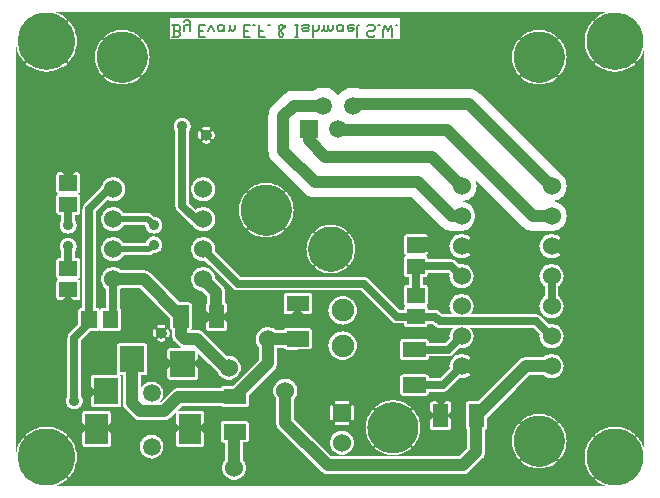
<source format=gbl>
G04 start of page 3 for group 1 idx 1 *
G04 Title: (unknown), bottom *
G04 Creator: pcb 20140316 *
G04 CreationDate: Wed 08 Apr 2015 09:09:57 AM GMT UTC *
G04 For: fosse *
G04 Format: Gerber/RS-274X *
G04 PCB-Dimensions (mil): 2290.00 1790.00 *
G04 PCB-Coordinate-Origin: lower left *
%MOIN*%
%FSLAX25Y25*%
%LNBOTTOM*%
%ADD58C,0.0315*%
%ADD57C,0.0420*%
%ADD56C,0.0340*%
%ADD55C,0.0433*%
%ADD54C,0.1650*%
%ADD53C,0.1250*%
%ADD52C,0.0350*%
%ADD51C,0.1900*%
%ADD50C,0.1700*%
%ADD49C,0.1500*%
%ADD48C,0.0360*%
%ADD47R,0.0748X0.0748*%
%ADD46R,0.0827X0.0827*%
%ADD45R,0.0512X0.0512*%
%ADD44C,0.0600*%
%ADD43C,0.0750*%
%ADD42C,0.0591*%
%ADD41C,0.0060*%
%ADD40C,0.0200*%
%ADD39C,0.0250*%
%ADD38C,0.0400*%
%ADD37C,0.0001*%
G54D37*G36*
X104250Y69700D02*X106750Y67200D01*
X101750D01*
X104250Y69700D01*
G37*
G36*
X75750Y66700D02*X73250Y64200D01*
Y69200D01*
X75750Y66700D01*
G37*
G36*
X78750D02*X81250Y69200D01*
Y64200D01*
X78750Y66700D01*
G37*
G36*
X62750Y51200D02*X60250Y48700D01*
Y53700D01*
X62750Y51200D01*
G37*
G36*
X69250D02*X71750Y53700D01*
Y48700D01*
X69250Y51200D01*
G37*
G36*
X163845Y47200D02*X161845D01*
X158845Y50200D01*
X161345Y52700D01*
X163845D01*
Y47200D01*
G37*
G36*
X71250Y29700D02*X73750Y32200D01*
Y27200D01*
X71250Y29700D01*
G37*
G36*
X150050Y33750D02*X147550Y31250D01*
Y36250D01*
X150050Y33750D01*
G37*
G36*
X151950Y36750D02*X149450Y39250D01*
X154450D01*
X151950Y36750D01*
G37*
G36*
X153850Y33750D02*X156350Y36250D01*
Y31250D01*
X153850Y33750D01*
G37*
G36*
X143645Y90593D02*X146145Y93093D01*
X148045D01*
Y88093D01*
X146145D01*
X143645Y90593D01*
G37*
G36*
X147494Y93599D02*X147945Y94050D01*
Y89050D01*
X147594Y89400D01*
X147588Y93309D01*
X147551Y93462D01*
X147494Y93599D01*
G37*
G36*
X193845Y87200D02*X191845D01*
X188845Y90200D01*
X191345Y92700D01*
X193845D01*
Y87200D01*
G37*
G36*
X163845D02*X161845D01*
X158845Y90200D01*
X161345Y92700D01*
X163845D01*
Y87200D01*
G37*
G36*
X150625Y63146D02*X150847Y63054D01*
X151192Y62971D01*
X151192D01*
X151545Y62943D01*
X151633Y62950D01*
X155933D01*
X155599Y62558D01*
X155270Y62022D01*
X155029Y61440D01*
X154882Y60828D01*
X154833Y60200D01*
X154882Y59572D01*
X154912Y59449D01*
X153418Y57955D01*
X150625D01*
Y63146D01*
G37*
G36*
X210004Y167991D02*X210405D01*
X211211Y167923D01*
X211593Y167857D01*
X211750Y167700D01*
X212335D01*
X212791Y167581D01*
X213554Y167310D01*
X214290Y166976D01*
X214996Y166580D01*
X215666Y166126D01*
X216294Y165616D01*
X216331Y165587D01*
X216373Y165565D01*
X216392Y165558D01*
X217044Y164906D01*
X217057Y164869D01*
X217080Y164826D01*
X217109Y164788D01*
X217626Y164166D01*
X218080Y163496D01*
X218476Y162790D01*
X218810Y162054D01*
X219081Y161291D01*
X219285Y160508D01*
X219423Y159711D01*
X219491Y158905D01*
Y158095D01*
X219423Y157289D01*
X219285Y156492D01*
X219081Y155709D01*
X218810Y154946D01*
X218476Y154210D01*
X218080Y153504D01*
X217626Y152834D01*
X217116Y152206D01*
X217087Y152169D01*
X217065Y152127D01*
X217049Y152083D01*
X217041Y152036D01*
X217040Y151989D01*
X217047Y151942D01*
X217061Y151897D01*
X217081Y151855D01*
X217108Y151816D01*
X217141Y151782D01*
X217179Y151754D01*
X217221Y151731D01*
X217265Y151716D01*
X217312Y151708D01*
X217359Y151707D01*
X217406Y151714D01*
X217451Y151727D01*
X217493Y151748D01*
X217532Y151775D01*
X217565Y151809D01*
X218115Y152471D01*
X218598Y153184D01*
X219019Y153934D01*
X219375Y154719D01*
X219663Y155530D01*
X219750Y155863D01*
Y22537D01*
X219663Y22870D01*
X219375Y23681D01*
X219019Y24466D01*
X218598Y25216D01*
X218115Y25929D01*
X217572Y26597D01*
X217538Y26632D01*
X217498Y26659D01*
X217454Y26681D01*
X217408Y26695D01*
X217360Y26702D01*
X217311Y26701D01*
X217263Y26692D01*
X217217Y26677D01*
X217174Y26654D01*
X217136Y26625D01*
X217102Y26590D01*
X217074Y26550D01*
X217053Y26506D01*
X217038Y26460D01*
X217032Y26412D01*
X217033Y26363D01*
X217041Y26315D01*
X217057Y26269D01*
X217080Y26226D01*
X217109Y26188D01*
X217626Y25566D01*
X218080Y24896D01*
X218476Y24190D01*
X218810Y23454D01*
X219081Y22691D01*
X219285Y21908D01*
X219423Y21111D01*
X219491Y20305D01*
Y19495D01*
X219423Y18689D01*
X219285Y17892D01*
X219081Y17109D01*
X218810Y16346D01*
X218476Y15610D01*
X218080Y14904D01*
X217626Y14234D01*
X217116Y13606D01*
X217087Y13569D01*
X217065Y13527D01*
X217058Y13508D01*
X216406Y12856D01*
X216369Y12843D01*
X216326Y12820D01*
X216288Y12791D01*
X215666Y12274D01*
X214996Y11820D01*
X214290Y11424D01*
X213554Y11090D01*
X212791Y10819D01*
X212008Y10615D01*
X211211Y10477D01*
X210405Y10409D01*
X210004D01*
Y29391D01*
X210405D01*
X211211Y29323D01*
X212008Y29185D01*
X212791Y28981D01*
X213554Y28710D01*
X214290Y28376D01*
X214996Y27980D01*
X215666Y27526D01*
X216294Y27016D01*
X216331Y26987D01*
X216373Y26965D01*
X216417Y26949D01*
X216464Y26941D01*
X216511Y26940D01*
X216558Y26947D01*
X216603Y26961D01*
X216645Y26981D01*
X216684Y27008D01*
X216718Y27041D01*
X216746Y27079D01*
X216769Y27121D01*
X216784Y27165D01*
X216792Y27212D01*
X216793Y27259D01*
X216786Y27306D01*
X216773Y27351D01*
X216752Y27393D01*
X216725Y27432D01*
X216691Y27465D01*
X216029Y28015D01*
X215316Y28498D01*
X214566Y28919D01*
X213781Y29275D01*
X212970Y29563D01*
X212137Y29781D01*
X211288Y29927D01*
X210431Y30000D01*
X210004D01*
Y148400D01*
X210431D01*
X211288Y148473D01*
X212137Y148619D01*
X212970Y148837D01*
X213781Y149125D01*
X214566Y149481D01*
X215316Y149902D01*
X216029Y150385D01*
X216697Y150928D01*
X216732Y150962D01*
X216759Y151002D01*
X216781Y151046D01*
X216795Y151092D01*
X216802Y151140D01*
X216801Y151189D01*
X216792Y151237D01*
X216777Y151283D01*
X216754Y151326D01*
X216725Y151364D01*
X216690Y151398D01*
X216650Y151426D01*
X216606Y151447D01*
X216560Y151462D01*
X216512Y151468D01*
X216463Y151467D01*
X216415Y151459D01*
X216369Y151443D01*
X216326Y151420D01*
X216288Y151391D01*
X215666Y150874D01*
X214996Y150420D01*
X214290Y150024D01*
X213554Y149690D01*
X212791Y149419D01*
X212008Y149215D01*
X211211Y149077D01*
X210405Y149009D01*
X210004D01*
Y167991D01*
G37*
G36*
X201434Y168200D02*X207171D01*
X207030Y168163D01*
X206219Y167875D01*
X205434Y167519D01*
X204684Y167098D01*
X203971Y166615D01*
X203303Y166072D01*
X203268Y166038D01*
X203241Y165998D01*
X203219Y165954D01*
X203205Y165908D01*
X203198Y165860D01*
X203199Y165811D01*
X203208Y165763D01*
X203223Y165717D01*
X203246Y165674D01*
X203275Y165636D01*
X203310Y165602D01*
X203350Y165574D01*
X203394Y165553D01*
X203440Y165538D01*
X203488Y165532D01*
X203537Y165533D01*
X203585Y165541D01*
X203631Y165557D01*
X203674Y165580D01*
X203712Y165609D01*
X204334Y166126D01*
X205004Y166580D01*
X205710Y166976D01*
X206446Y167310D01*
X207209Y167581D01*
X207992Y167785D01*
X208789Y167923D01*
X209595Y167991D01*
X210004D01*
Y149009D01*
X209595D01*
X208789Y149077D01*
X207992Y149215D01*
X207209Y149419D01*
X206446Y149690D01*
X205710Y150024D01*
X205004Y150420D01*
X204334Y150874D01*
X203706Y151384D01*
X203669Y151413D01*
X203627Y151435D01*
X203583Y151451D01*
X203536Y151459D01*
X203489Y151460D01*
X203442Y151453D01*
X203397Y151439D01*
X203355Y151419D01*
X203316Y151392D01*
X203282Y151359D01*
X203254Y151321D01*
X203231Y151279D01*
X203216Y151235D01*
X203208Y151188D01*
X203207Y151141D01*
X203214Y151094D01*
X203227Y151049D01*
X203248Y151007D01*
X203275Y150968D01*
X203309Y150935D01*
X203971Y150385D01*
X204684Y149902D01*
X205434Y149481D01*
X206219Y149125D01*
X207030Y148837D01*
X207863Y148619D01*
X208712Y148473D01*
X209569Y148400D01*
X210004D01*
Y30000D01*
X209569D01*
X208712Y29927D01*
X207863Y29781D01*
X207030Y29563D01*
X206219Y29275D01*
X205434Y28919D01*
X204684Y28498D01*
X203971Y28015D01*
X203303Y27472D01*
X203268Y27438D01*
X203241Y27398D01*
X203219Y27354D01*
X203205Y27308D01*
X203198Y27260D01*
X203199Y27211D01*
X203208Y27163D01*
X203223Y27117D01*
X203246Y27074D01*
X203275Y27036D01*
X203310Y27002D01*
X203350Y26974D01*
X203394Y26953D01*
X203440Y26938D01*
X203488Y26932D01*
X203537Y26933D01*
X203585Y26941D01*
X203631Y26957D01*
X203674Y26980D01*
X203712Y27009D01*
X204334Y27526D01*
X205004Y27980D01*
X205710Y28376D01*
X206446Y28710D01*
X207209Y28981D01*
X207992Y29185D01*
X208789Y29323D01*
X209595Y29391D01*
X210004D01*
Y10409D01*
X209595D01*
X208789Y10477D01*
X207992Y10615D01*
X207209Y10819D01*
X206446Y11090D01*
X205710Y11424D01*
X205004Y11820D01*
X204334Y12274D01*
X203706Y12784D01*
X203669Y12813D01*
X203627Y12835D01*
X203583Y12851D01*
X203536Y12859D01*
X203489Y12860D01*
X203442Y12853D01*
X203397Y12839D01*
X203355Y12819D01*
X203316Y12792D01*
X203282Y12759D01*
X203254Y12721D01*
X203231Y12679D01*
X203216Y12635D01*
X203208Y12588D01*
X203207Y12541D01*
X203214Y12494D01*
X203227Y12449D01*
X203248Y12407D01*
X203275Y12368D01*
X203309Y12335D01*
X203971Y11785D01*
X204684Y11302D01*
X205434Y10881D01*
X206219Y10525D01*
X207030Y10237D01*
X207171Y10200D01*
X201434D01*
Y14536D01*
X201885Y13871D01*
X202428Y13203D01*
X202462Y13168D01*
X202502Y13141D01*
X202546Y13119D01*
X202592Y13105D01*
X202640Y13098D01*
X202689Y13099D01*
X202737Y13108D01*
X202783Y13123D01*
X202826Y13146D01*
X202864Y13175D01*
X202898Y13210D01*
X202926Y13250D01*
X202947Y13294D01*
X202962Y13340D01*
X202968Y13388D01*
X202967Y13437D01*
X202959Y13485D01*
X202943Y13531D01*
X202920Y13574D01*
X202891Y13612D01*
X202374Y14234D01*
X201920Y14904D01*
X201524Y15610D01*
X201434Y15808D01*
Y23992D01*
X201524Y24190D01*
X201920Y24896D01*
X202374Y25566D01*
X202884Y26194D01*
X202913Y26231D01*
X202935Y26273D01*
X202951Y26317D01*
X202959Y26364D01*
X202960Y26411D01*
X202953Y26458D01*
X202939Y26503D01*
X202919Y26545D01*
X202892Y26584D01*
X202859Y26618D01*
X202821Y26646D01*
X202779Y26669D01*
X202735Y26684D01*
X202688Y26692D01*
X202641Y26693D01*
X202594Y26686D01*
X202549Y26673D01*
X202507Y26652D01*
X202468Y26625D01*
X202435Y26591D01*
X201885Y25929D01*
X201434Y25264D01*
Y153136D01*
X201885Y152471D01*
X202428Y151803D01*
X202462Y151768D01*
X202502Y151741D01*
X202546Y151719D01*
X202592Y151705D01*
X202640Y151698D01*
X202689Y151699D01*
X202737Y151708D01*
X202783Y151723D01*
X202826Y151746D01*
X202864Y151775D01*
X202898Y151810D01*
X202926Y151850D01*
X202947Y151894D01*
X202962Y151940D01*
X202968Y151988D01*
X202967Y152037D01*
X202959Y152085D01*
X202943Y152131D01*
X202920Y152174D01*
X202891Y152212D01*
X202374Y152834D01*
X201920Y153504D01*
X201524Y154210D01*
X201434Y154408D01*
Y162592D01*
X201524Y162790D01*
X201920Y163496D01*
X202374Y164166D01*
X202884Y164794D01*
X202913Y164831D01*
X202935Y164873D01*
X202951Y164917D01*
X202959Y164964D01*
X202960Y165011D01*
X202953Y165058D01*
X202939Y165103D01*
X202919Y165145D01*
X202892Y165184D01*
X202859Y165218D01*
X202821Y165246D01*
X202779Y165269D01*
X202735Y165284D01*
X202688Y165292D01*
X202641Y165293D01*
X202594Y165286D01*
X202549Y165273D01*
X202507Y165252D01*
X202468Y165225D01*
X202435Y165191D01*
X201885Y164529D01*
X201434Y163864D01*
Y168200D01*
G37*
G36*
Y15808D02*X201190Y16346D01*
X200919Y17109D01*
X200715Y17892D01*
X200577Y18689D01*
X200509Y19495D01*
Y20305D01*
X200577Y21111D01*
X200715Y21908D01*
X200919Y22691D01*
X201190Y23454D01*
X201434Y23992D01*
Y15808D01*
G37*
G36*
Y154408D02*X201190Y154946D01*
X200919Y155709D01*
X200715Y156492D01*
X200577Y157289D01*
X200509Y158095D01*
Y158905D01*
X200577Y159711D01*
X200715Y160508D01*
X200919Y161291D01*
X201190Y162054D01*
X201434Y162592D01*
Y154408D01*
G37*
G36*
X192466Y28753D02*X192709Y28183D01*
X192944Y27459D01*
X193114Y26716D01*
X193216Y25961D01*
X193250Y25200D01*
X193216Y24439D01*
X193114Y23684D01*
X192944Y22941D01*
X192709Y22217D01*
X192466Y21647D01*
Y28753D01*
G37*
G36*
Y156753D02*X192709Y156183D01*
X192944Y155459D01*
X193114Y154716D01*
X193216Y153961D01*
X193250Y153200D01*
X193216Y152439D01*
X193114Y151684D01*
X192944Y150941D01*
X192709Y150217D01*
X192466Y149647D01*
Y156753D01*
G37*
G36*
Y168200D02*X201434D01*
Y163864D01*
X201402Y163816D01*
X200981Y163066D01*
X200625Y162281D01*
X200337Y161470D01*
X200119Y160637D01*
X199973Y159788D01*
X199900Y158931D01*
Y158069D01*
X199973Y157212D01*
X200119Y156363D01*
X200337Y155530D01*
X200625Y154719D01*
X200981Y153934D01*
X201402Y153184D01*
X201434Y153136D01*
Y25264D01*
X201402Y25216D01*
X200981Y24466D01*
X200625Y23681D01*
X200337Y22870D01*
X200119Y22037D01*
X199973Y21188D01*
X199900Y20331D01*
Y19469D01*
X199973Y18612D01*
X200119Y17763D01*
X200337Y16930D01*
X200625Y16119D01*
X200981Y15334D01*
X201402Y14584D01*
X201434Y14536D01*
Y10200D01*
X192466D01*
Y20371D01*
X192573Y20533D01*
X192959Y21252D01*
X193280Y22003D01*
X193532Y22779D01*
X193713Y23575D01*
X193823Y24384D01*
X193859Y25200D01*
X193823Y26016D01*
X193713Y26825D01*
X193532Y27621D01*
X193280Y28397D01*
X192959Y29148D01*
X192573Y29867D01*
X192466Y30029D01*
Y48490D01*
X192661Y48960D01*
X192808Y49572D01*
X192845Y50200D01*
X192808Y50828D01*
X192661Y51440D01*
X192466Y51910D01*
Y58490D01*
X192661Y58960D01*
X192808Y59572D01*
X192845Y60200D01*
X192808Y60828D01*
X192661Y61440D01*
X192466Y61910D01*
Y68490D01*
X192661Y68960D01*
X192808Y69572D01*
X192845Y70200D01*
X192808Y70828D01*
X192661Y71440D01*
X192466Y71910D01*
Y78490D01*
X192661Y78960D01*
X192808Y79572D01*
X192845Y80200D01*
X192808Y80828D01*
X192661Y81440D01*
X192466Y81910D01*
Y88490D01*
X192661Y88960D01*
X192808Y89572D01*
X192845Y90200D01*
X192808Y90828D01*
X192661Y91440D01*
X192466Y91910D01*
Y96741D01*
X192902Y97252D01*
X193314Y97923D01*
X193615Y98650D01*
X193799Y99415D01*
X193860Y100200D01*
X193799Y100985D01*
X193615Y101750D01*
X193314Y102477D01*
X192902Y103148D01*
X192466Y103659D01*
Y106741D01*
X192902Y107252D01*
X193314Y107923D01*
X193615Y108650D01*
X193799Y109415D01*
X193860Y110200D01*
X193799Y110985D01*
X193615Y111750D01*
X193314Y112477D01*
X192902Y113148D01*
X192466Y113659D01*
Y148371D01*
X192573Y148533D01*
X192959Y149252D01*
X193280Y150003D01*
X193532Y150779D01*
X193713Y151575D01*
X193823Y152384D01*
X193859Y153200D01*
X193823Y154016D01*
X193713Y154825D01*
X193532Y155621D01*
X193280Y156397D01*
X192959Y157148D01*
X192573Y157867D01*
X192466Y158029D01*
Y168200D01*
G37*
G36*
Y103659D02*X192391Y103746D01*
X191793Y104258D01*
X191122Y104669D01*
X190395Y104970D01*
X189629Y105154D01*
X188931Y105195D01*
X189450Y105236D01*
X189629Y105246D01*
X190395Y105430D01*
X191122Y105731D01*
X191793Y106142D01*
X192391Y106654D01*
X192466Y106741D01*
Y103659D01*
G37*
G36*
Y91910D02*X192420Y92022D01*
X192091Y92558D01*
X191682Y93037D01*
X191203Y93446D01*
X190666Y93775D01*
X190085Y94016D01*
X189473Y94163D01*
X188845Y94212D01*
X188839Y94212D01*
Y95200D01*
X188845D01*
X189629Y95246D01*
X190395Y95430D01*
X191122Y95731D01*
X191793Y96142D01*
X192391Y96654D01*
X192466Y96741D01*
Y91910D01*
G37*
G36*
Y81910D02*X192420Y82022D01*
X192091Y82558D01*
X191682Y83037D01*
X191203Y83446D01*
X190666Y83775D01*
X190085Y84016D01*
X189473Y84163D01*
X188845Y84212D01*
X188839Y84212D01*
Y86188D01*
X188845Y86188D01*
X189473Y86237D01*
X190085Y86384D01*
X190666Y86625D01*
X191203Y86954D01*
X191682Y87363D01*
X192091Y87842D01*
X192420Y88378D01*
X192466Y88490D01*
Y81910D01*
G37*
G36*
Y71910D02*X192420Y72022D01*
X192091Y72558D01*
X191682Y73037D01*
X191203Y73446D01*
X191095Y73512D01*
Y76888D01*
X191203Y76954D01*
X191682Y77363D01*
X192091Y77842D01*
X192420Y78378D01*
X192466Y78490D01*
Y71910D01*
G37*
G36*
Y61910D02*X192420Y62022D01*
X192091Y62558D01*
X191682Y63037D01*
X191203Y63446D01*
X190666Y63775D01*
X190085Y64016D01*
X189473Y64163D01*
X188845Y64212D01*
X188839Y64212D01*
Y66188D01*
X188845Y66188D01*
X189473Y66237D01*
X190085Y66384D01*
X190666Y66625D01*
X191203Y66954D01*
X191682Y67363D01*
X192091Y67842D01*
X192420Y68378D01*
X192466Y68490D01*
Y61910D01*
G37*
G36*
Y51910D02*X192420Y52022D01*
X192091Y52558D01*
X191682Y53037D01*
X191203Y53446D01*
X190666Y53775D01*
X190085Y54016D01*
X189473Y54163D01*
X188845Y54212D01*
X188839Y54212D01*
Y56188D01*
X188845Y56188D01*
X189473Y56237D01*
X190085Y56384D01*
X190666Y56625D01*
X191203Y56954D01*
X191682Y57363D01*
X192091Y57842D01*
X192420Y58378D01*
X192466Y58490D01*
Y51910D01*
G37*
G36*
Y10200D02*X188839D01*
Y17066D01*
X189417Y17377D01*
X190099Y17827D01*
X190737Y18335D01*
X190772Y18369D01*
X190800Y18409D01*
X190821Y18453D01*
X190836Y18499D01*
X190843Y18547D01*
X190842Y18595D01*
X190834Y18643D01*
X190819Y18689D01*
X190796Y18732D01*
X190767Y18771D01*
X190733Y18805D01*
X190693Y18834D01*
X190650Y18855D01*
X190603Y18870D01*
X190555Y18877D01*
X190507Y18876D01*
X190459Y18868D01*
X190413Y18853D01*
X190370Y18830D01*
X190331Y18801D01*
X189741Y18320D01*
X189105Y17900D01*
X188839Y17757D01*
Y32643D01*
X189105Y32500D01*
X189741Y32080D01*
X190337Y31606D01*
X190374Y31577D01*
X190416Y31555D01*
X190461Y31540D01*
X190507Y31532D01*
X190555Y31532D01*
X190601Y31539D01*
X190646Y31553D01*
X190689Y31574D01*
X190727Y31601D01*
X190761Y31634D01*
X190789Y31672D01*
X190811Y31714D01*
X190826Y31759D01*
X190834Y31805D01*
X190834Y31853D01*
X190827Y31899D01*
X190813Y31944D01*
X190792Y31987D01*
X190765Y32025D01*
X190731Y32058D01*
X190099Y32573D01*
X189417Y33023D01*
X188839Y33334D01*
Y46188D01*
X188845Y46188D01*
X189473Y46237D01*
X190085Y46384D01*
X190666Y46625D01*
X191203Y46954D01*
X191682Y47363D01*
X192091Y47842D01*
X192420Y48378D01*
X192466Y48490D01*
Y30029D01*
X192123Y30549D01*
X191615Y31187D01*
X191581Y31222D01*
X191541Y31250D01*
X191497Y31271D01*
X191451Y31286D01*
X191403Y31293D01*
X191355Y31292D01*
X191307Y31284D01*
X191261Y31269D01*
X191218Y31246D01*
X191179Y31217D01*
X191145Y31183D01*
X191116Y31143D01*
X191095Y31100D01*
X191080Y31053D01*
X191073Y31005D01*
X191074Y30957D01*
X191082Y30909D01*
X191097Y30863D01*
X191120Y30820D01*
X191149Y30781D01*
X191630Y30191D01*
X192050Y29555D01*
X192410Y28884D01*
X192466Y28753D01*
Y21647D01*
X192410Y21516D01*
X192050Y20845D01*
X191630Y20209D01*
X191156Y19613D01*
X191127Y19576D01*
X191105Y19534D01*
X191090Y19489D01*
X191082Y19443D01*
X191082Y19395D01*
X191089Y19349D01*
X191103Y19304D01*
X191124Y19261D01*
X191151Y19223D01*
X191184Y19189D01*
X191222Y19161D01*
X191264Y19139D01*
X191309Y19124D01*
X191355Y19116D01*
X191403Y19116D01*
X191449Y19123D01*
X191494Y19137D01*
X191537Y19158D01*
X191575Y19185D01*
X191608Y19219D01*
X192123Y19851D01*
X192466Y20371D01*
Y10200D01*
G37*
G36*
X188839Y168200D02*X192466D01*
Y158029D01*
X192123Y158549D01*
X191615Y159187D01*
X191581Y159222D01*
X191541Y159250D01*
X191497Y159271D01*
X191451Y159286D01*
X191403Y159293D01*
X191355Y159292D01*
X191307Y159284D01*
X191261Y159269D01*
X191218Y159246D01*
X191179Y159217D01*
X191145Y159183D01*
X191116Y159143D01*
X191095Y159100D01*
X191080Y159053D01*
X191073Y159005D01*
X191074Y158957D01*
X191082Y158909D01*
X191097Y158863D01*
X191120Y158820D01*
X191149Y158781D01*
X191630Y158191D01*
X192050Y157555D01*
X192410Y156884D01*
X192466Y156753D01*
Y149647D01*
X192410Y149516D01*
X192050Y148845D01*
X191630Y148209D01*
X191156Y147613D01*
X191127Y147576D01*
X191105Y147534D01*
X191090Y147489D01*
X191082Y147443D01*
X191082Y147395D01*
X191089Y147349D01*
X191103Y147304D01*
X191124Y147261D01*
X191151Y147223D01*
X191184Y147189D01*
X191222Y147161D01*
X191264Y147139D01*
X191309Y147124D01*
X191355Y147116D01*
X191403Y147116D01*
X191449Y147123D01*
X191494Y147137D01*
X191537Y147158D01*
X191575Y147185D01*
X191608Y147219D01*
X192123Y147851D01*
X192466Y148371D01*
Y113659D01*
X192391Y113746D01*
X191934Y114137D01*
X188839Y117232D01*
Y145066D01*
X189417Y145377D01*
X190099Y145827D01*
X190737Y146335D01*
X190772Y146369D01*
X190800Y146409D01*
X190821Y146453D01*
X190836Y146499D01*
X190843Y146547D01*
X190842Y146595D01*
X190834Y146643D01*
X190819Y146689D01*
X190796Y146732D01*
X190767Y146771D01*
X190733Y146805D01*
X190693Y146834D01*
X190650Y146855D01*
X190603Y146870D01*
X190555Y146877D01*
X190507Y146876D01*
X190459Y146868D01*
X190413Y146853D01*
X190370Y146830D01*
X190331Y146801D01*
X189741Y146320D01*
X189105Y145900D01*
X188839Y145757D01*
Y160643D01*
X189105Y160500D01*
X189741Y160080D01*
X190337Y159606D01*
X190374Y159577D01*
X190416Y159555D01*
X190461Y159540D01*
X190507Y159532D01*
X190555Y159532D01*
X190601Y159539D01*
X190646Y159553D01*
X190689Y159574D01*
X190727Y159601D01*
X190761Y159634D01*
X190789Y159672D01*
X190811Y159714D01*
X190826Y159759D01*
X190834Y159805D01*
X190834Y159853D01*
X190827Y159899D01*
X190813Y159944D01*
X190792Y159987D01*
X190765Y160025D01*
X190731Y160058D01*
X190099Y160573D01*
X189417Y161023D01*
X188839Y161334D01*
Y168200D01*
G37*
G36*
Y64212D02*X188217Y64163D01*
X188013Y64114D01*
X185398Y66729D01*
X185341Y66796D01*
X185071Y67026D01*
X184770Y67211D01*
X184442Y67346D01*
X184098Y67429D01*
X184098Y67429D01*
X183745Y67457D01*
X183657Y67450D01*
X161756D01*
X162091Y67842D01*
X162420Y68378D01*
X162661Y68960D01*
X162808Y69572D01*
X162845Y70200D01*
X162808Y70828D01*
X162661Y71440D01*
X162420Y72022D01*
X162091Y72558D01*
X161682Y73037D01*
X161203Y73446D01*
X160666Y73775D01*
X160085Y74016D01*
X159473Y74163D01*
X158845Y74212D01*
X158839Y74212D01*
Y76188D01*
X158845Y76188D01*
X159473Y76237D01*
X160085Y76384D01*
X160666Y76625D01*
X161203Y76954D01*
X161682Y77363D01*
X162091Y77842D01*
X162420Y78378D01*
X162661Y78960D01*
X162808Y79572D01*
X162845Y80200D01*
X162808Y80828D01*
X162661Y81440D01*
X162420Y82022D01*
X162091Y82558D01*
X161682Y83037D01*
X161203Y83446D01*
X160666Y83775D01*
X160085Y84016D01*
X159473Y84163D01*
X158845Y84212D01*
X158839Y84212D01*
Y86188D01*
X158845Y86188D01*
X159473Y86237D01*
X160085Y86384D01*
X160666Y86625D01*
X161203Y86954D01*
X161682Y87363D01*
X162091Y87842D01*
X162420Y88378D01*
X162661Y88960D01*
X162808Y89572D01*
X162845Y90200D01*
X162808Y90828D01*
X162661Y91440D01*
X162420Y92022D01*
X162091Y92558D01*
X161682Y93037D01*
X161203Y93446D01*
X160666Y93775D01*
X160085Y94016D01*
X159473Y94163D01*
X158845Y94212D01*
X158839Y94212D01*
Y95229D01*
X159129Y95246D01*
X159895Y95430D01*
X160622Y95731D01*
X161293Y96142D01*
X161891Y96654D01*
X162402Y97252D01*
X162814Y97923D01*
X163115Y98650D01*
X163299Y99415D01*
X163360Y100200D01*
X163299Y100985D01*
X163115Y101750D01*
X162814Y102477D01*
X162402Y103148D01*
X161891Y103746D01*
X161293Y104258D01*
X160622Y104669D01*
X159895Y104970D01*
X159129Y105154D01*
X158839Y105171D01*
Y105188D01*
X159450Y105236D01*
X159629Y105246D01*
X160395Y105430D01*
X161122Y105731D01*
X161793Y106142D01*
X162391Y106654D01*
X162902Y107252D01*
X163314Y107923D01*
X163615Y108650D01*
X163799Y109415D01*
X163860Y110200D01*
X163799Y110985D01*
X163615Y111750D01*
X163314Y112477D01*
X163095Y112834D01*
X179126Y96803D01*
X179254Y96654D01*
X179852Y96142D01*
X180107Y95986D01*
X180523Y95731D01*
X181037Y95518D01*
X181250Y95430D01*
X182015Y95246D01*
X182015D01*
X182800Y95185D01*
X182996Y95200D01*
X188839D01*
Y94212D01*
X188217Y94163D01*
X187605Y94016D01*
X187023Y93775D01*
X186486Y93446D01*
X186008Y93037D01*
X185599Y92558D01*
X185270Y92022D01*
X185029Y91440D01*
X184882Y90828D01*
X184833Y90200D01*
X184882Y89572D01*
X185029Y88960D01*
X185270Y88378D01*
X185599Y87842D01*
X186008Y87363D01*
X186486Y86954D01*
X187023Y86625D01*
X187605Y86384D01*
X188217Y86237D01*
X188839Y86188D01*
Y84212D01*
X188217Y84163D01*
X187605Y84016D01*
X187023Y83775D01*
X186486Y83446D01*
X186008Y83037D01*
X185599Y82558D01*
X185270Y82022D01*
X185029Y81440D01*
X184882Y80828D01*
X184833Y80200D01*
X184882Y79572D01*
X185029Y78960D01*
X185270Y78378D01*
X185599Y77842D01*
X186008Y77363D01*
X186486Y76954D01*
X186595Y76888D01*
Y73512D01*
X186486Y73446D01*
X186008Y73037D01*
X185599Y72558D01*
X185270Y72022D01*
X185029Y71440D01*
X184882Y70828D01*
X184833Y70200D01*
X184882Y69572D01*
X185029Y68960D01*
X185270Y68378D01*
X185599Y67842D01*
X186008Y67363D01*
X186486Y66954D01*
X187023Y66625D01*
X187605Y66384D01*
X188217Y66237D01*
X188839Y66188D01*
Y64212D01*
G37*
G36*
X158839Y105171D02*X158345Y105200D01*
X157871D01*
X157764Y105307D01*
X158015Y105246D01*
X158015D01*
X158800Y105185D01*
X158839Y105188D01*
Y105171D01*
G37*
G36*
Y84212D02*X158217Y84163D01*
X158053Y84124D01*
X157098Y85079D01*
X157041Y85146D01*
X156772Y85376D01*
X156771Y85376D01*
X156657Y85446D01*
X156470Y85561D01*
X156238Y85657D01*
X156142Y85696D01*
X155798Y85779D01*
X155445Y85807D01*
X155357Y85800D01*
X150625D01*
Y98304D01*
X152126Y96803D01*
X152254Y96654D01*
X152852Y96142D01*
X153107Y95986D01*
X153523Y95731D01*
X154037Y95518D01*
X154250Y95430D01*
X155015Y95246D01*
X155015D01*
X155800Y95185D01*
X155996Y95200D01*
X158345D01*
X158839Y95229D01*
Y94212D01*
X158217Y94163D01*
X157605Y94016D01*
X157023Y93775D01*
X156486Y93446D01*
X156008Y93037D01*
X155599Y92558D01*
X155270Y92022D01*
X155029Y91440D01*
X154882Y90828D01*
X154833Y90200D01*
X154882Y89572D01*
X155029Y88960D01*
X155270Y88378D01*
X155599Y87842D01*
X156008Y87363D01*
X156486Y86954D01*
X157023Y86625D01*
X157605Y86384D01*
X158217Y86237D01*
X158839Y86188D01*
Y84212D01*
G37*
G36*
Y74212D02*X158217Y74163D01*
X157605Y74016D01*
X157023Y73775D01*
X156486Y73446D01*
X156008Y73037D01*
X155599Y72558D01*
X155270Y72022D01*
X155029Y71440D01*
X154882Y70828D01*
X154833Y70200D01*
X154882Y69572D01*
X155029Y68960D01*
X155270Y68378D01*
X155599Y67842D01*
X155933Y67450D01*
X152477D01*
X151798Y68129D01*
X151741Y68196D01*
X151471Y68426D01*
X151170Y68611D01*
X150842Y68746D01*
X150625Y68799D01*
Y81300D01*
X154513D01*
X154902Y80911D01*
X154882Y80828D01*
X154833Y80200D01*
X154882Y79572D01*
X155029Y78960D01*
X155270Y78378D01*
X155599Y77842D01*
X156008Y77363D01*
X156486Y76954D01*
X157023Y76625D01*
X157605Y76384D01*
X158217Y76237D01*
X158839Y76188D01*
Y74212D01*
G37*
G36*
X188839Y54212D02*X188217Y54163D01*
X187605Y54016D01*
X187023Y53775D01*
X186486Y53446D01*
X186198Y53200D01*
X180368D01*
X180250Y53209D01*
X179779Y53172D01*
X179320Y53062D01*
X178884Y52881D01*
X178481Y52635D01*
X178481Y52634D01*
X178122Y52328D01*
X178046Y52238D01*
X164244Y38436D01*
X161034Y38431D01*
X160881Y38394D01*
X160735Y38334D01*
X160601Y38252D01*
X160482Y38149D01*
X160379Y38030D01*
X160297Y37895D01*
X160237Y37750D01*
X160200Y37597D01*
X160191Y37440D01*
X160200Y29803D01*
X160237Y29650D01*
X160297Y29505D01*
X160379Y29370D01*
X160482Y29251D01*
X160601Y29148D01*
X160735Y29066D01*
X160750Y29060D01*
Y22943D01*
X158007Y20200D01*
X150625D01*
Y28962D01*
X154656Y28969D01*
X154809Y29006D01*
X154954Y29066D01*
X155088Y29148D01*
X155208Y29251D01*
X155310Y29370D01*
X155393Y29505D01*
X155453Y29650D01*
X155490Y29803D01*
X155499Y29960D01*
X155490Y37597D01*
X155453Y37750D01*
X155393Y37895D01*
X155310Y38030D01*
X155208Y38149D01*
X155088Y38252D01*
X154954Y38334D01*
X154809Y38394D01*
X154656Y38431D01*
X154499Y38440D01*
X150625Y38433D01*
Y41645D01*
X152452D01*
X152540Y41638D01*
X152892Y41666D01*
X152893Y41666D01*
X153237Y41748D01*
X153565Y41884D01*
X153867Y42069D01*
X154136Y42299D01*
X154193Y42366D01*
X158094Y46267D01*
X158217Y46237D01*
X158845Y46188D01*
X159473Y46237D01*
X160085Y46384D01*
X160666Y46625D01*
X161203Y46954D01*
X161682Y47363D01*
X162091Y47842D01*
X162420Y48378D01*
X162661Y48960D01*
X162808Y49572D01*
X162845Y50200D01*
X162808Y50828D01*
X162661Y51440D01*
X162420Y52022D01*
X162091Y52558D01*
X161682Y53037D01*
X161203Y53446D01*
X160666Y53775D01*
X160085Y54016D01*
X159473Y54163D01*
X158845Y54212D01*
X158217Y54163D01*
X157605Y54016D01*
X157023Y53775D01*
X156486Y53446D01*
X156008Y53037D01*
X155599Y52558D01*
X155270Y52022D01*
X155029Y51440D01*
X154882Y50828D01*
X154833Y50200D01*
X154882Y49572D01*
X154912Y49449D01*
X151608Y46145D01*
X150625D01*
Y53455D01*
X154262D01*
X154350Y53448D01*
X154703Y53476D01*
X154703Y53476D01*
X155047Y53559D01*
X155375Y53694D01*
X155677Y53879D01*
X155946Y54109D01*
X156003Y54177D01*
X158094Y56267D01*
X158217Y56237D01*
X158845Y56188D01*
X159473Y56237D01*
X160085Y56384D01*
X160666Y56625D01*
X161203Y56954D01*
X161682Y57363D01*
X162091Y57842D01*
X162420Y58378D01*
X162661Y58960D01*
X162808Y59572D01*
X162845Y60200D01*
X162808Y60828D01*
X162661Y61440D01*
X162420Y62022D01*
X162091Y62558D01*
X161756Y62950D01*
X182813D01*
X184892Y60871D01*
X184882Y60828D01*
X184833Y60200D01*
X184882Y59572D01*
X185029Y58960D01*
X185270Y58378D01*
X185599Y57842D01*
X186008Y57363D01*
X186486Y56954D01*
X187023Y56625D01*
X187605Y56384D01*
X188217Y56237D01*
X188839Y56188D01*
Y54212D01*
G37*
G36*
Y10200D02*X177034D01*
Y20371D01*
X177377Y19851D01*
X177885Y19213D01*
X177919Y19178D01*
X177959Y19150D01*
X178003Y19129D01*
X178049Y19114D01*
X178097Y19107D01*
X178145Y19108D01*
X178193Y19116D01*
X178239Y19131D01*
X178282Y19154D01*
X178321Y19183D01*
X178355Y19217D01*
X178384Y19257D01*
X178405Y19300D01*
X178420Y19347D01*
X178427Y19395D01*
X178426Y19443D01*
X178418Y19491D01*
X178403Y19537D01*
X178380Y19580D01*
X178351Y19619D01*
X177870Y20209D01*
X177450Y20845D01*
X177090Y21516D01*
X177034Y21647D01*
Y28753D01*
X177090Y28884D01*
X177450Y29555D01*
X177870Y30191D01*
X178344Y30787D01*
X178373Y30824D01*
X178395Y30866D01*
X178410Y30911D01*
X178418Y30957D01*
X178418Y31005D01*
X178411Y31051D01*
X178397Y31096D01*
X178376Y31139D01*
X178349Y31177D01*
X178316Y31211D01*
X178278Y31239D01*
X178236Y31261D01*
X178191Y31276D01*
X178145Y31284D01*
X178097Y31284D01*
X178051Y31277D01*
X178006Y31263D01*
X177963Y31242D01*
X177925Y31215D01*
X177892Y31181D01*
X177377Y30549D01*
X177034Y30029D01*
Y42741D01*
X181493Y47200D01*
X186198D01*
X186486Y46954D01*
X187023Y46625D01*
X187605Y46384D01*
X188217Y46237D01*
X188839Y46188D01*
Y33334D01*
X188698Y33409D01*
X187947Y33730D01*
X187171Y33982D01*
X186375Y34163D01*
X185566Y34273D01*
X184750Y34309D01*
X183934Y34273D01*
X183125Y34163D01*
X182329Y33982D01*
X181553Y33730D01*
X180802Y33409D01*
X180083Y33023D01*
X179401Y32573D01*
X178763Y32065D01*
X178728Y32031D01*
X178700Y31991D01*
X178679Y31947D01*
X178664Y31901D01*
X178657Y31853D01*
X178658Y31805D01*
X178666Y31757D01*
X178681Y31711D01*
X178704Y31668D01*
X178733Y31629D01*
X178767Y31595D01*
X178807Y31566D01*
X178850Y31545D01*
X178897Y31530D01*
X178945Y31523D01*
X178993Y31524D01*
X179041Y31532D01*
X179087Y31547D01*
X179130Y31570D01*
X179169Y31599D01*
X179759Y32080D01*
X180395Y32500D01*
X181066Y32860D01*
X181767Y33159D01*
X182491Y33394D01*
X183234Y33564D01*
X183989Y33666D01*
X184750Y33700D01*
X185511Y33666D01*
X186266Y33564D01*
X187009Y33394D01*
X187733Y33159D01*
X188434Y32860D01*
X188839Y32643D01*
Y17757D01*
X188434Y17540D01*
X187733Y17241D01*
X187009Y17006D01*
X186266Y16836D01*
X185511Y16734D01*
X184750Y16700D01*
X183989Y16734D01*
X183234Y16836D01*
X182491Y17006D01*
X181767Y17241D01*
X181066Y17540D01*
X180395Y17900D01*
X179759Y18320D01*
X179163Y18794D01*
X179126Y18823D01*
X179084Y18845D01*
X179039Y18860D01*
X178993Y18868D01*
X178945Y18868D01*
X178899Y18861D01*
X178854Y18847D01*
X178811Y18826D01*
X178773Y18799D01*
X178739Y18766D01*
X178711Y18728D01*
X178689Y18686D01*
X178674Y18641D01*
X178666Y18595D01*
X178666Y18547D01*
X178673Y18501D01*
X178687Y18456D01*
X178708Y18413D01*
X178735Y18375D01*
X178769Y18342D01*
X179401Y17827D01*
X180083Y17377D01*
X180802Y16991D01*
X181553Y16670D01*
X182329Y16418D01*
X183125Y16237D01*
X183934Y16127D01*
X184750Y16091D01*
X185566Y16127D01*
X186375Y16237D01*
X187171Y16418D01*
X187947Y16670D01*
X188698Y16991D01*
X188839Y17066D01*
Y10200D01*
G37*
G36*
X177034Y21647D02*X176791Y22217D01*
X176556Y22941D01*
X176386Y23684D01*
X176284Y24439D01*
X176250Y25200D01*
X176284Y25961D01*
X176386Y26716D01*
X176556Y27459D01*
X176791Y28183D01*
X177034Y28753D01*
Y21647D01*
G37*
G36*
Y10200D02*X150625D01*
Y14200D01*
X159132D01*
X159250Y14191D01*
X159720Y14228D01*
X159721Y14228D01*
X160180Y14338D01*
X160616Y14519D01*
X161019Y14765D01*
X161378Y15072D01*
X161455Y15162D01*
X165788Y19496D01*
X165878Y19572D01*
X166184Y19931D01*
X166185Y19931D01*
X166431Y20334D01*
X166612Y20770D01*
X166722Y21229D01*
X166759Y21700D01*
X166750Y21818D01*
Y29060D01*
X166764Y29066D01*
X166898Y29148D01*
X167018Y29251D01*
X167120Y29370D01*
X167203Y29505D01*
X167263Y29650D01*
X167300Y29803D01*
X167309Y29960D01*
X167305Y33013D01*
X177034Y42741D01*
Y30029D01*
X176927Y29867D01*
X176541Y29148D01*
X176220Y28397D01*
X175968Y27621D01*
X175787Y26825D01*
X175677Y26016D01*
X175641Y25200D01*
X175677Y24384D01*
X175787Y23575D01*
X175968Y22779D01*
X176220Y22003D01*
X176541Y21252D01*
X176927Y20533D01*
X177034Y20371D01*
Y10200D01*
G37*
G36*
Y168200D02*X188839D01*
Y161334D01*
X188698Y161409D01*
X187947Y161730D01*
X187171Y161982D01*
X186375Y162163D01*
X185566Y162273D01*
X184750Y162309D01*
X183934Y162273D01*
X183125Y162163D01*
X182329Y161982D01*
X181553Y161730D01*
X180802Y161409D01*
X180083Y161023D01*
X179401Y160573D01*
X178763Y160065D01*
X178728Y160031D01*
X178700Y159991D01*
X178679Y159947D01*
X178664Y159901D01*
X178657Y159853D01*
X178658Y159805D01*
X178666Y159757D01*
X178681Y159711D01*
X178704Y159668D01*
X178733Y159629D01*
X178767Y159595D01*
X178807Y159566D01*
X178850Y159545D01*
X178897Y159530D01*
X178945Y159523D01*
X178993Y159524D01*
X179041Y159532D01*
X179087Y159547D01*
X179130Y159570D01*
X179169Y159599D01*
X179759Y160080D01*
X180395Y160500D01*
X181066Y160860D01*
X181767Y161159D01*
X182491Y161394D01*
X183234Y161564D01*
X183989Y161666D01*
X184750Y161700D01*
X185511Y161666D01*
X186266Y161564D01*
X187009Y161394D01*
X187733Y161159D01*
X188434Y160860D01*
X188839Y160643D01*
Y145757D01*
X188434Y145540D01*
X187733Y145241D01*
X187009Y145006D01*
X186266Y144836D01*
X185511Y144734D01*
X184750Y144700D01*
X183989Y144734D01*
X183234Y144836D01*
X182491Y145006D01*
X181767Y145241D01*
X181066Y145540D01*
X180395Y145900D01*
X179759Y146320D01*
X179163Y146794D01*
X179126Y146823D01*
X179084Y146845D01*
X179039Y146860D01*
X178993Y146868D01*
X178945Y146868D01*
X178899Y146861D01*
X178854Y146847D01*
X178811Y146826D01*
X178773Y146799D01*
X178739Y146766D01*
X178711Y146728D01*
X178689Y146686D01*
X178674Y146641D01*
X178666Y146595D01*
X178666Y146547D01*
X178673Y146501D01*
X178687Y146456D01*
X178708Y146413D01*
X178735Y146375D01*
X178769Y146342D01*
X179401Y145827D01*
X180083Y145377D01*
X180802Y144991D01*
X181553Y144670D01*
X182329Y144418D01*
X183125Y144237D01*
X183934Y144127D01*
X184750Y144091D01*
X185566Y144127D01*
X186375Y144237D01*
X187171Y144418D01*
X187947Y144670D01*
X188698Y144991D01*
X188839Y145066D01*
Y117232D01*
X177034Y129037D01*
Y148371D01*
X177377Y147851D01*
X177885Y147213D01*
X177919Y147178D01*
X177959Y147150D01*
X178003Y147129D01*
X178049Y147114D01*
X178097Y147107D01*
X178145Y147108D01*
X178193Y147116D01*
X178239Y147131D01*
X178282Y147154D01*
X178321Y147183D01*
X178355Y147217D01*
X178384Y147257D01*
X178405Y147300D01*
X178420Y147347D01*
X178427Y147395D01*
X178426Y147443D01*
X178418Y147491D01*
X178403Y147537D01*
X178380Y147580D01*
X178351Y147619D01*
X177870Y148209D01*
X177450Y148845D01*
X177090Y149516D01*
X177034Y149647D01*
Y156753D01*
X177090Y156884D01*
X177450Y157555D01*
X177870Y158191D01*
X178344Y158787D01*
X178373Y158824D01*
X178395Y158866D01*
X178410Y158911D01*
X178418Y158957D01*
X178418Y159005D01*
X178411Y159051D01*
X178397Y159096D01*
X178376Y159139D01*
X178349Y159177D01*
X178316Y159211D01*
X178278Y159239D01*
X178236Y159261D01*
X178191Y159276D01*
X178145Y159284D01*
X178097Y159284D01*
X178051Y159277D01*
X178006Y159263D01*
X177963Y159242D01*
X177925Y159215D01*
X177892Y159181D01*
X177377Y158549D01*
X177034Y158029D01*
Y168200D01*
G37*
G36*
Y149647D02*X176791Y150217D01*
X176556Y150941D01*
X176386Y151684D01*
X176284Y152439D01*
X176250Y153200D01*
X176284Y153961D01*
X176386Y154716D01*
X176556Y155459D01*
X176791Y156183D01*
X177034Y156753D01*
Y149647D01*
G37*
G36*
X150625Y168200D02*X177034D01*
Y158029D01*
X176927Y157867D01*
X176541Y157148D01*
X176220Y156397D01*
X175968Y155621D01*
X175787Y154825D01*
X175677Y154016D01*
X175641Y153200D01*
X175677Y152384D01*
X175787Y151575D01*
X175968Y150779D01*
X176220Y150003D01*
X176541Y149252D01*
X176927Y148533D01*
X177034Y148371D01*
Y129037D01*
X165174Y140897D01*
X165046Y141046D01*
X164448Y141558D01*
X164032Y141813D01*
X163777Y141969D01*
X163050Y142270D01*
X162285Y142454D01*
X161500Y142515D01*
X161304Y142500D01*
X150625D01*
Y168200D01*
G37*
G36*
X122112Y92211D02*X122284Y91802D01*
X122487Y91169D01*
X122633Y90521D01*
X122721Y89863D01*
X122750Y89200D01*
X122721Y88537D01*
X122633Y87879D01*
X122487Y87231D01*
X122284Y86598D01*
X122112Y86189D01*
Y92211D01*
G37*
G36*
X150625Y85800D02*X147588D01*
X147588Y86223D01*
X147551Y86376D01*
X147491Y86521D01*
X147408Y86656D01*
X147306Y86775D01*
X147186Y86878D01*
X147052Y86960D01*
X146907Y87020D01*
X146782Y87050D01*
X146907Y87080D01*
X147052Y87140D01*
X147186Y87222D01*
X147306Y87325D01*
X147408Y87444D01*
X147491Y87579D01*
X147551Y87724D01*
X147588Y87877D01*
X147597Y88034D01*
X147588Y93309D01*
X147551Y93462D01*
X147491Y93607D01*
X147408Y93742D01*
X147306Y93861D01*
X147186Y93964D01*
X147052Y94046D01*
X146907Y94106D01*
X146754Y94143D01*
X146597Y94152D01*
X140536Y94143D01*
X140383Y94106D01*
X140237Y94046D01*
X140103Y93964D01*
X139984Y93861D01*
X139881Y93742D01*
X139799Y93607D01*
X139739Y93462D01*
X139702Y93309D01*
X139693Y93152D01*
X139702Y87877D01*
X139739Y87724D01*
X139799Y87579D01*
X139881Y87444D01*
X139984Y87325D01*
X140103Y87222D01*
X140237Y87140D01*
X140383Y87080D01*
X140508Y87050D01*
X140383Y87020D01*
X140237Y86960D01*
X140103Y86878D01*
X139984Y86775D01*
X139881Y86656D01*
X139799Y86521D01*
X139739Y86376D01*
X139702Y86223D01*
X139693Y86066D01*
X139702Y80791D01*
X139739Y80638D01*
X139799Y80493D01*
X139881Y80358D01*
X139984Y80239D01*
X140103Y80136D01*
X140237Y80054D01*
X140383Y79994D01*
X140536Y79957D01*
X140693Y79948D01*
X141395Y79949D01*
Y77394D01*
X140536Y77393D01*
X140383Y77356D01*
X140237Y77296D01*
X140103Y77214D01*
X139984Y77111D01*
X139881Y76992D01*
X139799Y76857D01*
X139739Y76712D01*
X139702Y76559D01*
X139693Y76402D01*
X139702Y71127D01*
X139739Y70974D01*
X139799Y70829D01*
X139881Y70694D01*
X139984Y70575D01*
X140103Y70472D01*
X140237Y70390D01*
X140383Y70330D01*
X140508Y70300D01*
X140383Y70270D01*
X140237Y70210D01*
X140103Y70128D01*
X139984Y70025D01*
X139881Y69906D01*
X139799Y69771D01*
X139739Y69626D01*
X139702Y69473D01*
X139693Y69316D01*
X139694Y68950D01*
X138182D01*
X127903Y79229D01*
X127846Y79296D01*
X127577Y79526D01*
X127275Y79711D01*
X126947Y79846D01*
X126603Y79929D01*
X126603Y79929D01*
X126250Y79957D01*
X126162Y79950D01*
X122112D01*
Y84894D01*
X122240Y85092D01*
X122576Y85726D01*
X122855Y86388D01*
X123073Y87071D01*
X123231Y87771D01*
X123326Y88483D01*
X123358Y89200D01*
X123326Y89917D01*
X123231Y90629D01*
X123073Y91329D01*
X122855Y92012D01*
X122576Y92674D01*
X122240Y93308D01*
X122112Y93506D01*
Y106500D01*
X142429D01*
X150625Y98304D01*
Y85800D01*
G37*
G36*
X122112Y79950D02*X115254D01*
Y81092D01*
X115967Y81124D01*
X116679Y81219D01*
X117379Y81377D01*
X118062Y81595D01*
X118724Y81874D01*
X119358Y82210D01*
X119960Y82601D01*
X120526Y83043D01*
X120560Y83077D01*
X120588Y83116D01*
X120610Y83160D01*
X120625Y83206D01*
X120633Y83253D01*
X120633Y83302D01*
X120625Y83349D01*
X120610Y83395D01*
X120588Y83439D01*
X120559Y83478D01*
X120525Y83512D01*
X120486Y83540D01*
X120443Y83562D01*
X120397Y83577D01*
X120349Y83584D01*
X120301Y83584D01*
X120253Y83577D01*
X120207Y83562D01*
X120164Y83540D01*
X120125Y83510D01*
X119607Y83096D01*
X119050Y82734D01*
X118464Y82423D01*
X117852Y82166D01*
X117219Y81963D01*
X116571Y81817D01*
X115913Y81729D01*
X115254Y81700D01*
Y96700D01*
X115913Y96671D01*
X116571Y96583D01*
X117219Y96437D01*
X117852Y96234D01*
X118464Y95977D01*
X119050Y95666D01*
X119607Y95304D01*
X120130Y94895D01*
X120168Y94867D01*
X120210Y94845D01*
X120255Y94830D01*
X120301Y94823D01*
X120348Y94823D01*
X120395Y94830D01*
X120440Y94845D01*
X120482Y94866D01*
X120520Y94894D01*
X120554Y94927D01*
X120582Y94965D01*
X120603Y95007D01*
X120618Y95052D01*
X120625Y95099D01*
X120625Y95146D01*
X120618Y95193D01*
X120603Y95238D01*
X120582Y95280D01*
X120554Y95318D01*
X120520Y95351D01*
X119960Y95799D01*
X119358Y96190D01*
X118724Y96526D01*
X118062Y96805D01*
X117379Y97023D01*
X116679Y97181D01*
X115967Y97276D01*
X115254Y97308D01*
Y106500D01*
X122112D01*
Y93506D01*
X121849Y93910D01*
X121407Y94476D01*
X121373Y94510D01*
X121334Y94538D01*
X121290Y94560D01*
X121244Y94575D01*
X121197Y94583D01*
X121148Y94583D01*
X121101Y94575D01*
X121055Y94560D01*
X121011Y94538D01*
X120972Y94509D01*
X120938Y94475D01*
X120910Y94436D01*
X120888Y94393D01*
X120873Y94347D01*
X120866Y94299D01*
X120866Y94251D01*
X120873Y94203D01*
X120888Y94157D01*
X120910Y94114D01*
X120940Y94075D01*
X121354Y93557D01*
X121716Y93000D01*
X122027Y92414D01*
X122112Y92211D01*
Y86189D01*
X122027Y85986D01*
X121716Y85400D01*
X121354Y84843D01*
X120945Y84320D01*
X120917Y84282D01*
X120895Y84240D01*
X120880Y84195D01*
X120873Y84149D01*
X120873Y84102D01*
X120880Y84055D01*
X120895Y84010D01*
X120916Y83968D01*
X120944Y83930D01*
X120977Y83896D01*
X121015Y83868D01*
X121057Y83847D01*
X121102Y83832D01*
X121149Y83825D01*
X121196Y83825D01*
X121243Y83832D01*
X121288Y83847D01*
X121330Y83868D01*
X121368Y83896D01*
X121401Y83930D01*
X121849Y84490D01*
X122112Y84894D01*
Y79950D01*
G37*
G36*
X115254D02*X108388D01*
Y84894D01*
X108651Y84490D01*
X109093Y83924D01*
X109127Y83890D01*
X109166Y83862D01*
X109210Y83840D01*
X109256Y83825D01*
X109303Y83817D01*
X109352Y83817D01*
X109399Y83825D01*
X109445Y83840D01*
X109489Y83862D01*
X109528Y83891D01*
X109562Y83925D01*
X109590Y83964D01*
X109612Y84007D01*
X109627Y84053D01*
X109634Y84101D01*
X109634Y84149D01*
X109627Y84197D01*
X109612Y84243D01*
X109590Y84286D01*
X109560Y84325D01*
X109146Y84843D01*
X108784Y85400D01*
X108473Y85986D01*
X108388Y86189D01*
Y92211D01*
X108473Y92414D01*
X108784Y93000D01*
X109146Y93557D01*
X109555Y94080D01*
X109583Y94118D01*
X109605Y94160D01*
X109620Y94205D01*
X109627Y94251D01*
X109627Y94298D01*
X109620Y94345D01*
X109605Y94390D01*
X109584Y94432D01*
X109556Y94470D01*
X109523Y94504D01*
X109485Y94532D01*
X109443Y94553D01*
X109398Y94568D01*
X109351Y94575D01*
X109304Y94575D01*
X109257Y94568D01*
X109212Y94553D01*
X109170Y94532D01*
X109132Y94504D01*
X109099Y94470D01*
X108651Y93910D01*
X108388Y93506D01*
Y106756D01*
X108450Y106730D01*
X109215Y106546D01*
X109215D01*
X110000Y106485D01*
X110196Y106500D01*
X115254D01*
Y97308D01*
X115250Y97308D01*
X114533Y97276D01*
X113821Y97181D01*
X113121Y97023D01*
X112438Y96805D01*
X111776Y96526D01*
X111142Y96190D01*
X110540Y95799D01*
X109974Y95357D01*
X109940Y95323D01*
X109912Y95284D01*
X109890Y95240D01*
X109875Y95194D01*
X109867Y95147D01*
X109867Y95098D01*
X109875Y95051D01*
X109890Y95005D01*
X109912Y94961D01*
X109941Y94922D01*
X109975Y94888D01*
X110014Y94860D01*
X110057Y94838D01*
X110103Y94823D01*
X110151Y94816D01*
X110199Y94816D01*
X110247Y94823D01*
X110293Y94838D01*
X110336Y94860D01*
X110375Y94890D01*
X110893Y95304D01*
X111450Y95666D01*
X112036Y95977D01*
X112648Y96234D01*
X113281Y96437D01*
X113929Y96583D01*
X114587Y96671D01*
X115250Y96700D01*
X115254Y96700D01*
Y81700D01*
X115250Y81700D01*
X114587Y81729D01*
X113929Y81817D01*
X113281Y81963D01*
X112648Y82166D01*
X112036Y82423D01*
X111450Y82734D01*
X110893Y83096D01*
X110370Y83505D01*
X110332Y83533D01*
X110290Y83555D01*
X110245Y83570D01*
X110199Y83577D01*
X110152Y83577D01*
X110105Y83570D01*
X110060Y83555D01*
X110018Y83534D01*
X109980Y83506D01*
X109946Y83473D01*
X109918Y83435D01*
X109897Y83393D01*
X109882Y83348D01*
X109875Y83301D01*
X109875Y83254D01*
X109882Y83207D01*
X109897Y83162D01*
X109918Y83120D01*
X109946Y83082D01*
X109980Y83049D01*
X110540Y82601D01*
X111142Y82210D01*
X111776Y81874D01*
X112438Y81595D01*
X113121Y81377D01*
X113821Y81219D01*
X114533Y81124D01*
X115250Y81092D01*
X115254Y81092D01*
Y79950D01*
G37*
G36*
X108388Y86189D02*X108216Y86598D01*
X108013Y87231D01*
X107867Y87879D01*
X107779Y88537D01*
X107750Y89200D01*
X107779Y89863D01*
X107867Y90521D01*
X108013Y91169D01*
X108216Y91802D01*
X108388Y92211D01*
Y86189D01*
G37*
G36*
X101466Y105753D02*X101709Y105183D01*
X101944Y104459D01*
X102114Y103716D01*
X102216Y102961D01*
X102250Y102200D01*
X102216Y101439D01*
X102114Y100684D01*
X101944Y99941D01*
X101709Y99217D01*
X101466Y98647D01*
Y105753D01*
G37*
G36*
X108388Y79950D02*X101466D01*
Y97371D01*
X101573Y97533D01*
X101959Y98252D01*
X102280Y99003D01*
X102532Y99779D01*
X102713Y100575D01*
X102823Y101384D01*
X102859Y102200D01*
X102823Y103016D01*
X102713Y103825D01*
X102532Y104621D01*
X102280Y105397D01*
X101959Y106148D01*
X101573Y106867D01*
X101466Y107029D01*
Y112963D01*
X106326Y108103D01*
X106454Y107954D01*
X107052Y107442D01*
X107307Y107286D01*
X107723Y107031D01*
X108237Y106818D01*
X108388Y106756D01*
Y93506D01*
X108260Y93308D01*
X107924Y92674D01*
X107645Y92012D01*
X107427Y91329D01*
X107269Y90629D01*
X107174Y89917D01*
X107142Y89200D01*
X107174Y88483D01*
X107269Y87771D01*
X107427Y87071D01*
X107645Y86388D01*
X107924Y85726D01*
X108260Y85092D01*
X108388Y84894D01*
Y79950D01*
G37*
G36*
X101466D02*X100000D01*
Y114429D01*
X101466Y112963D01*
Y107029D01*
X101123Y107549D01*
X100615Y108187D01*
X100581Y108222D01*
X100541Y108250D01*
X100497Y108271D01*
X100451Y108286D01*
X100403Y108293D01*
X100355Y108292D01*
X100307Y108284D01*
X100261Y108269D01*
X100218Y108246D01*
X100179Y108217D01*
X100145Y108183D01*
X100116Y108143D01*
X100095Y108100D01*
X100080Y108053D01*
X100073Y108005D01*
X100074Y107957D01*
X100082Y107909D01*
X100097Y107863D01*
X100120Y107820D01*
X100149Y107781D01*
X100630Y107191D01*
X101050Y106555D01*
X101410Y105884D01*
X101466Y105753D01*
Y98647D01*
X101410Y98516D01*
X101050Y97845D01*
X100630Y97209D01*
X100156Y96613D01*
X100127Y96576D01*
X100105Y96534D01*
X100090Y96489D01*
X100082Y96443D01*
X100082Y96395D01*
X100089Y96349D01*
X100103Y96304D01*
X100124Y96261D01*
X100151Y96223D01*
X100184Y96189D01*
X100222Y96161D01*
X100264Y96139D01*
X100309Y96124D01*
X100355Y96116D01*
X100403Y96116D01*
X100449Y96123D01*
X100494Y96137D01*
X100537Y96158D01*
X100575Y96185D01*
X100608Y96219D01*
X101123Y96851D01*
X101466Y97371D01*
Y79950D01*
G37*
G36*
X150625Y68799D02*X150498Y68829D01*
X150498Y68829D01*
X150145Y68857D01*
X150057Y68850D01*
X147589D01*
X147588Y69473D01*
X147551Y69626D01*
X147491Y69771D01*
X147408Y69906D01*
X147306Y70025D01*
X147186Y70128D01*
X147052Y70210D01*
X146907Y70270D01*
X146782Y70300D01*
X146907Y70330D01*
X147052Y70390D01*
X147186Y70472D01*
X147306Y70575D01*
X147408Y70694D01*
X147491Y70829D01*
X147551Y70974D01*
X147588Y71127D01*
X147597Y71284D01*
X147588Y76559D01*
X147551Y76712D01*
X147491Y76857D01*
X147408Y76992D01*
X147306Y77111D01*
X147186Y77214D01*
X147052Y77296D01*
X146907Y77356D01*
X146754Y77393D01*
X146597Y77402D01*
X145895Y77401D01*
Y79956D01*
X146754Y79957D01*
X146907Y79994D01*
X147052Y80054D01*
X147186Y80136D01*
X147306Y80239D01*
X147408Y80358D01*
X147491Y80493D01*
X147551Y80638D01*
X147588Y80791D01*
X147597Y80948D01*
X147596Y81300D01*
X150625D01*
Y68799D01*
G37*
G36*
X143716Y33253D02*X143959Y32683D01*
X144194Y31959D01*
X144364Y31216D01*
X144466Y30461D01*
X144500Y29700D01*
X144466Y28939D01*
X144364Y28184D01*
X144194Y27441D01*
X143959Y26717D01*
X143716Y26147D01*
Y33253D01*
G37*
G36*
Y52151D02*X147042Y52155D01*
X147195Y52192D01*
X147340Y52252D01*
X147474Y52334D01*
X147594Y52437D01*
X147696Y52556D01*
X147779Y52691D01*
X147839Y52836D01*
X147876Y52989D01*
X147885Y53146D01*
X147884Y53455D01*
X150625D01*
Y46145D01*
X147876D01*
X147876Y46611D01*
X147839Y46764D01*
X147779Y46909D01*
X147696Y47044D01*
X147594Y47163D01*
X147474Y47266D01*
X147340Y47348D01*
X147195Y47408D01*
X147042Y47445D01*
X146885Y47454D01*
X143716Y47450D01*
Y52151D01*
G37*
G36*
Y63203D02*X146754Y63207D01*
X146907Y63244D01*
X147052Y63304D01*
X147186Y63386D01*
X147306Y63489D01*
X147408Y63608D01*
X147491Y63743D01*
X147551Y63888D01*
X147588Y64041D01*
X147597Y64198D01*
X147597Y64350D01*
X149213D01*
X149892Y63671D01*
X149949Y63604D01*
X150218Y63374D01*
X150218Y63374D01*
X150406Y63259D01*
X150520Y63189D01*
X150625Y63146D01*
Y57955D01*
X147876D01*
X147876Y58421D01*
X147839Y58574D01*
X147779Y58719D01*
X147696Y58854D01*
X147594Y58973D01*
X147474Y59076D01*
X147340Y59158D01*
X147195Y59218D01*
X147042Y59255D01*
X146885Y59264D01*
X143716Y59260D01*
Y63203D01*
G37*
G36*
X150625Y20200D02*X143716D01*
Y24871D01*
X143823Y25033D01*
X144209Y25752D01*
X144530Y26503D01*
X144782Y27279D01*
X144963Y28075D01*
X145073Y28884D01*
X145109Y29700D01*
X145073Y30516D01*
X144963Y31325D01*
X144782Y32121D01*
X144530Y32897D01*
X144209Y33648D01*
X143823Y34367D01*
X143716Y34529D01*
Y40341D01*
X147042Y40345D01*
X147195Y40382D01*
X147340Y40442D01*
X147474Y40524D01*
X147594Y40627D01*
X147696Y40746D01*
X147779Y40881D01*
X147839Y41026D01*
X147876Y41179D01*
X147885Y41336D01*
X147884Y41645D01*
X150625D01*
Y38433D01*
X149224Y38431D01*
X149071Y38394D01*
X148925Y38334D01*
X148791Y38252D01*
X148672Y38149D01*
X148569Y38030D01*
X148487Y37895D01*
X148427Y37750D01*
X148390Y37597D01*
X148381Y37440D01*
X148390Y29803D01*
X148427Y29650D01*
X148487Y29505D01*
X148569Y29370D01*
X148672Y29251D01*
X148791Y29148D01*
X148925Y29066D01*
X149071Y29006D01*
X149224Y28969D01*
X149381Y28960D01*
X150625Y28962D01*
Y20200D01*
G37*
G36*
X143716D02*X136004D01*
Y20591D01*
X136816Y20627D01*
X137625Y20737D01*
X138421Y20918D01*
X139197Y21170D01*
X139948Y21491D01*
X140667Y21877D01*
X141349Y22327D01*
X141987Y22835D01*
X142022Y22869D01*
X142050Y22909D01*
X142071Y22953D01*
X142086Y22999D01*
X142093Y23047D01*
X142092Y23095D01*
X142084Y23143D01*
X142069Y23189D01*
X142046Y23232D01*
X142017Y23271D01*
X141983Y23305D01*
X141943Y23334D01*
X141900Y23355D01*
X141853Y23370D01*
X141805Y23377D01*
X141757Y23376D01*
X141709Y23368D01*
X141663Y23353D01*
X141620Y23330D01*
X141581Y23301D01*
X140991Y22820D01*
X140355Y22400D01*
X139684Y22040D01*
X138983Y21741D01*
X138259Y21506D01*
X137516Y21336D01*
X136761Y21234D01*
X136004Y21200D01*
Y38200D01*
X136761Y38166D01*
X137516Y38064D01*
X138259Y37894D01*
X138983Y37659D01*
X139684Y37360D01*
X140355Y37000D01*
X140991Y36580D01*
X141587Y36106D01*
X141624Y36077D01*
X141666Y36055D01*
X141711Y36040D01*
X141757Y36032D01*
X141805Y36032D01*
X141851Y36039D01*
X141896Y36053D01*
X141939Y36074D01*
X141977Y36101D01*
X142011Y36134D01*
X142039Y36172D01*
X142061Y36214D01*
X142076Y36259D01*
X142084Y36305D01*
X142084Y36353D01*
X142077Y36399D01*
X142063Y36444D01*
X142042Y36487D01*
X142015Y36525D01*
X141981Y36558D01*
X141349Y37073D01*
X140667Y37523D01*
X139948Y37909D01*
X139197Y38230D01*
X138421Y38482D01*
X137625Y38663D01*
X136816Y38773D01*
X136004Y38809D01*
Y64825D01*
X136111Y64759D01*
X136225Y64689D01*
X136553Y64554D01*
X136897Y64471D01*
X136897D01*
X137250Y64443D01*
X137338Y64450D01*
X139701D01*
X139702Y64041D01*
X139739Y63888D01*
X139799Y63743D01*
X139881Y63608D01*
X139984Y63489D01*
X140103Y63386D01*
X140237Y63304D01*
X140383Y63244D01*
X140536Y63207D01*
X140693Y63198D01*
X143716Y63203D01*
Y59260D01*
X139248Y59255D01*
X139095Y59218D01*
X138949Y59158D01*
X138815Y59076D01*
X138696Y58973D01*
X138593Y58854D01*
X138511Y58719D01*
X138451Y58574D01*
X138414Y58421D01*
X138405Y58264D01*
X138414Y52989D01*
X138451Y52836D01*
X138511Y52691D01*
X138593Y52556D01*
X138696Y52437D01*
X138815Y52334D01*
X138949Y52252D01*
X139095Y52192D01*
X139248Y52155D01*
X139405Y52146D01*
X143716Y52151D01*
Y47450D01*
X139248Y47445D01*
X139095Y47408D01*
X138949Y47348D01*
X138815Y47266D01*
X138696Y47163D01*
X138593Y47044D01*
X138511Y46909D01*
X138451Y46764D01*
X138414Y46611D01*
X138405Y46454D01*
X138414Y41179D01*
X138451Y41026D01*
X138511Y40881D01*
X138593Y40746D01*
X138696Y40627D01*
X138815Y40524D01*
X138949Y40442D01*
X139095Y40382D01*
X139248Y40345D01*
X139405Y40336D01*
X143716Y40341D01*
Y34529D01*
X143373Y35049D01*
X142865Y35687D01*
X142831Y35722D01*
X142791Y35750D01*
X142747Y35771D01*
X142701Y35786D01*
X142653Y35793D01*
X142605Y35792D01*
X142557Y35784D01*
X142511Y35769D01*
X142468Y35746D01*
X142429Y35717D01*
X142395Y35683D01*
X142366Y35643D01*
X142345Y35600D01*
X142330Y35553D01*
X142323Y35505D01*
X142324Y35457D01*
X142332Y35409D01*
X142347Y35363D01*
X142370Y35320D01*
X142399Y35281D01*
X142880Y34691D01*
X143300Y34055D01*
X143660Y33384D01*
X143716Y33253D01*
Y26147D01*
X143660Y26016D01*
X143300Y25345D01*
X142880Y24709D01*
X142406Y24113D01*
X142377Y24076D01*
X142355Y24034D01*
X142340Y23989D01*
X142332Y23943D01*
X142332Y23895D01*
X142339Y23849D01*
X142353Y23804D01*
X142374Y23761D01*
X142401Y23723D01*
X142434Y23689D01*
X142472Y23661D01*
X142514Y23639D01*
X142559Y23624D01*
X142605Y23616D01*
X142653Y23616D01*
X142699Y23623D01*
X142744Y23637D01*
X142787Y23658D01*
X142825Y23685D01*
X142858Y23719D01*
X143373Y24351D01*
X143716Y24871D01*
Y20200D01*
G37*
G36*
X136004D02*X128284D01*
Y24871D01*
X128627Y24351D01*
X129135Y23713D01*
X129169Y23678D01*
X129209Y23650D01*
X129253Y23629D01*
X129299Y23614D01*
X129347Y23607D01*
X129395Y23608D01*
X129443Y23616D01*
X129489Y23631D01*
X129532Y23654D01*
X129571Y23683D01*
X129605Y23717D01*
X129634Y23757D01*
X129655Y23800D01*
X129670Y23847D01*
X129677Y23895D01*
X129676Y23943D01*
X129668Y23991D01*
X129653Y24037D01*
X129630Y24080D01*
X129601Y24119D01*
X129120Y24709D01*
X128700Y25345D01*
X128340Y26016D01*
X128284Y26147D01*
Y33253D01*
X128340Y33384D01*
X128700Y34055D01*
X129120Y34691D01*
X129594Y35287D01*
X129623Y35324D01*
X129645Y35366D01*
X129660Y35411D01*
X129668Y35457D01*
X129668Y35505D01*
X129661Y35551D01*
X129647Y35596D01*
X129626Y35639D01*
X129599Y35677D01*
X129566Y35711D01*
X129528Y35739D01*
X129486Y35761D01*
X129441Y35776D01*
X129395Y35784D01*
X129347Y35784D01*
X129301Y35777D01*
X129256Y35763D01*
X129213Y35742D01*
X129175Y35715D01*
X129142Y35681D01*
X128627Y35049D01*
X128284Y34529D01*
Y72484D01*
X135597Y65171D01*
X135654Y65104D01*
X135923Y64874D01*
X135923Y64874D01*
X136004Y64825D01*
Y38809D01*
X136000Y38809D01*
X135184Y38773D01*
X134375Y38663D01*
X133579Y38482D01*
X132803Y38230D01*
X132052Y37909D01*
X131333Y37523D01*
X130651Y37073D01*
X130013Y36565D01*
X129978Y36531D01*
X129950Y36491D01*
X129929Y36447D01*
X129914Y36401D01*
X129907Y36353D01*
X129908Y36305D01*
X129916Y36257D01*
X129931Y36211D01*
X129954Y36168D01*
X129983Y36129D01*
X130017Y36095D01*
X130057Y36066D01*
X130100Y36045D01*
X130147Y36030D01*
X130195Y36023D01*
X130243Y36024D01*
X130291Y36032D01*
X130337Y36047D01*
X130380Y36070D01*
X130419Y36099D01*
X131009Y36580D01*
X131645Y37000D01*
X132316Y37360D01*
X133017Y37659D01*
X133741Y37894D01*
X134484Y38064D01*
X135239Y38166D01*
X136000Y38200D01*
X136004Y38200D01*
Y21200D01*
X136000Y21200D01*
X135239Y21234D01*
X134484Y21336D01*
X133741Y21506D01*
X133017Y21741D01*
X132316Y22040D01*
X131645Y22400D01*
X131009Y22820D01*
X130413Y23294D01*
X130376Y23323D01*
X130334Y23345D01*
X130289Y23360D01*
X130243Y23368D01*
X130195Y23368D01*
X130149Y23361D01*
X130104Y23347D01*
X130061Y23326D01*
X130023Y23299D01*
X129989Y23266D01*
X129961Y23228D01*
X129939Y23186D01*
X129924Y23141D01*
X129916Y23095D01*
X129916Y23047D01*
X129923Y23001D01*
X129937Y22956D01*
X129958Y22913D01*
X129985Y22875D01*
X130019Y22842D01*
X130651Y22327D01*
X131333Y21877D01*
X132052Y21491D01*
X132803Y21170D01*
X133579Y20918D01*
X134375Y20737D01*
X135184Y20627D01*
X136000Y20591D01*
X136004Y20591D01*
Y20200D01*
G37*
G36*
X128284Y26147D02*X128041Y26717D01*
X127806Y27441D01*
X127636Y28184D01*
X127534Y28939D01*
X127500Y29700D01*
X127534Y30461D01*
X127636Y31216D01*
X127806Y31959D01*
X128041Y32683D01*
X128284Y33253D01*
Y26147D01*
G37*
G36*
Y20200D02*X122500D01*
Y22756D01*
X122575Y22878D01*
X122816Y23460D01*
X122963Y24072D01*
X123000Y24700D01*
X122963Y25328D01*
X122816Y25940D01*
X122575Y26522D01*
X122500Y26644D01*
Y32198D01*
X122578Y32205D01*
X122655Y32223D01*
X122728Y32253D01*
X122795Y32294D01*
X122855Y32345D01*
X122906Y32405D01*
X122947Y32472D01*
X122977Y32545D01*
X122995Y32622D01*
X123000Y32700D01*
Y36700D01*
X122995Y36778D01*
X122977Y36855D01*
X122947Y36928D01*
X122906Y36995D01*
X122855Y37055D01*
X122795Y37106D01*
X122728Y37147D01*
X122655Y37177D01*
X122578Y37195D01*
X122500Y37202D01*
Y53529D01*
X122619Y53631D01*
X123105Y54199D01*
X123495Y54837D01*
X123781Y55528D01*
X123956Y56255D01*
X124000Y57000D01*
X123956Y57745D01*
X123781Y58472D01*
X123495Y59163D01*
X123105Y59801D01*
X122619Y60369D01*
X122500Y60471D01*
Y65329D01*
X122619Y65431D01*
X123105Y65999D01*
X123495Y66637D01*
X123781Y67328D01*
X123956Y68055D01*
X124000Y68800D01*
X123956Y69545D01*
X123781Y70272D01*
X123495Y70963D01*
X123105Y71601D01*
X122619Y72169D01*
X122500Y72271D01*
Y75450D01*
X125318D01*
X128284Y72484D01*
Y34529D01*
X128177Y34367D01*
X127791Y33648D01*
X127470Y32897D01*
X127218Y32121D01*
X127037Y31325D01*
X126927Y30516D01*
X126891Y29700D01*
X126927Y28884D01*
X127037Y28075D01*
X127218Y27279D01*
X127470Y26503D01*
X127791Y25752D01*
X128177Y25033D01*
X128284Y24871D01*
Y20200D01*
G37*
G36*
X122500Y72271D02*X122051Y72655D01*
X121413Y73045D01*
X120722Y73331D01*
X119995Y73506D01*
X119250Y73565D01*
X119243Y73564D01*
Y75450D01*
X122500D01*
Y72271D01*
G37*
G36*
Y60471D02*X122051Y60855D01*
X121413Y61245D01*
X120722Y61531D01*
X119995Y61706D01*
X119250Y61765D01*
X119243Y61764D01*
Y64036D01*
X119250Y64035D01*
X119995Y64094D01*
X120722Y64269D01*
X121413Y64555D01*
X122051Y64945D01*
X122500Y65329D01*
Y60471D01*
G37*
G36*
Y26644D02*X122246Y27058D01*
X121837Y27537D01*
X121358Y27946D01*
X120822Y28275D01*
X120240Y28516D01*
X119628Y28663D01*
X119243Y28693D01*
Y30700D01*
X121000D01*
X121078Y30705D01*
X121155Y30723D01*
X121228Y30753D01*
X121295Y30794D01*
X121355Y30845D01*
X121406Y30905D01*
X121447Y30972D01*
X121477Y31045D01*
X121495Y31122D01*
X121502Y31200D01*
X121495Y31278D01*
X121477Y31355D01*
X121447Y31428D01*
X121406Y31495D01*
X121355Y31555D01*
X121295Y31606D01*
X121228Y31647D01*
X121155Y31677D01*
X121078Y31695D01*
X121000Y31700D01*
X119243D01*
Y37700D01*
X121000D01*
X121078Y37705D01*
X121155Y37723D01*
X121228Y37753D01*
X121295Y37794D01*
X121355Y37845D01*
X121406Y37905D01*
X121447Y37972D01*
X121477Y38045D01*
X121495Y38122D01*
X121502Y38200D01*
X121495Y38278D01*
X121477Y38355D01*
X121447Y38428D01*
X121406Y38495D01*
X121355Y38555D01*
X121295Y38606D01*
X121228Y38647D01*
X121155Y38677D01*
X121078Y38695D01*
X121000Y38700D01*
X119243D01*
Y52236D01*
X119250Y52235D01*
X119995Y52294D01*
X120722Y52469D01*
X121413Y52755D01*
X122051Y53145D01*
X122500Y53529D01*
Y37202D01*
X122422Y37195D01*
X122345Y37177D01*
X122272Y37147D01*
X122205Y37106D01*
X122145Y37055D01*
X122094Y36995D01*
X122053Y36928D01*
X122023Y36855D01*
X122005Y36778D01*
X122000Y36700D01*
Y32700D01*
X122005Y32622D01*
X122023Y32545D01*
X122053Y32472D01*
X122094Y32405D01*
X122145Y32345D01*
X122205Y32294D01*
X122272Y32253D01*
X122345Y32223D01*
X122422Y32205D01*
X122500Y32198D01*
Y26644D01*
G37*
G36*
Y20200D02*X119243D01*
Y20707D01*
X119628Y20737D01*
X120240Y20884D01*
X120822Y21125D01*
X121358Y21454D01*
X121837Y21863D01*
X122246Y22342D01*
X122500Y22756D01*
Y20200D01*
G37*
G36*
X115500Y54077D02*X115881Y53631D01*
X116449Y53145D01*
X117087Y52755D01*
X117778Y52469D01*
X118505Y52294D01*
X119243Y52236D01*
Y38700D01*
X117000D01*
X116922Y38695D01*
X116845Y38677D01*
X116772Y38647D01*
X116705Y38606D01*
X116645Y38555D01*
X116594Y38495D01*
X116553Y38428D01*
X116523Y38355D01*
X116505Y38278D01*
X116498Y38200D01*
X116505Y38122D01*
X116523Y38045D01*
X116553Y37972D01*
X116594Y37905D01*
X116645Y37845D01*
X116705Y37794D01*
X116772Y37753D01*
X116845Y37723D01*
X116922Y37705D01*
X117000Y37700D01*
X119243D01*
Y31700D01*
X117000D01*
X116922Y31695D01*
X116845Y31677D01*
X116772Y31647D01*
X116705Y31606D01*
X116645Y31555D01*
X116594Y31495D01*
X116553Y31428D01*
X116523Y31355D01*
X116505Y31278D01*
X116498Y31200D01*
X116505Y31122D01*
X116523Y31045D01*
X116553Y30972D01*
X116594Y30905D01*
X116645Y30845D01*
X116705Y30794D01*
X116772Y30753D01*
X116845Y30723D01*
X116922Y30705D01*
X117000Y30700D01*
X119243D01*
Y28693D01*
X119000Y28712D01*
X118372Y28663D01*
X117760Y28516D01*
X117178Y28275D01*
X116642Y27946D01*
X116163Y27537D01*
X115754Y27058D01*
X115500Y26644D01*
Y32198D01*
X115578Y32205D01*
X115655Y32223D01*
X115728Y32253D01*
X115795Y32294D01*
X115855Y32345D01*
X115906Y32405D01*
X115947Y32472D01*
X115977Y32545D01*
X115995Y32622D01*
X116000Y32700D01*
Y36700D01*
X115995Y36778D01*
X115977Y36855D01*
X115947Y36928D01*
X115906Y36995D01*
X115855Y37055D01*
X115795Y37106D01*
X115728Y37147D01*
X115655Y37177D01*
X115578Y37195D01*
X115500Y37202D01*
Y54077D01*
G37*
G36*
Y65877D02*X115881Y65431D01*
X116449Y64945D01*
X117087Y64555D01*
X117778Y64269D01*
X118505Y64094D01*
X119243Y64036D01*
Y61764D01*
X118505Y61706D01*
X117778Y61531D01*
X117087Y61245D01*
X116449Y60855D01*
X115881Y60369D01*
X115500Y59923D01*
Y65877D01*
G37*
G36*
Y75450D02*X119243D01*
Y73564D01*
X118505Y73506D01*
X117778Y73331D01*
X117087Y73045D01*
X116449Y72655D01*
X115881Y72169D01*
X115500Y71723D01*
Y75450D01*
G37*
G36*
X119243Y20200D02*X115500D01*
Y22756D01*
X115754Y22342D01*
X116163Y21863D01*
X116642Y21454D01*
X117178Y21125D01*
X117760Y20884D01*
X118372Y20737D01*
X119000Y20688D01*
X119243Y20707D01*
Y20200D01*
G37*
G36*
X115500D02*X115463D01*
X103110Y32553D01*
Y39324D01*
X103356Y39612D01*
X103685Y40148D01*
X103926Y40730D01*
X104073Y41342D01*
X104110Y41970D01*
X104073Y42598D01*
X103926Y43210D01*
X103685Y43792D01*
X103356Y44328D01*
X102947Y44807D01*
X102468Y45216D01*
X101932Y45545D01*
X101350Y45786D01*
X100738Y45933D01*
X100110Y45982D01*
X100000Y45974D01*
Y55876D01*
X100055Y55842D01*
X100200Y55782D01*
X100353Y55745D01*
X100510Y55736D01*
X108147Y55745D01*
X108300Y55782D01*
X108445Y55842D01*
X108580Y55924D01*
X108699Y56027D01*
X108802Y56146D01*
X108884Y56281D01*
X108944Y56426D01*
X108981Y56579D01*
X108990Y56736D01*
X108981Y62011D01*
X108944Y62164D01*
X108884Y62309D01*
X108802Y62444D01*
X108699Y62563D01*
X108580Y62666D01*
X108445Y62748D01*
X108300Y62808D01*
X108147Y62845D01*
X107990Y62854D01*
X100353Y62845D01*
X100200Y62808D01*
X100055Y62748D01*
X100000Y62714D01*
Y67686D01*
X100055Y67652D01*
X100200Y67592D01*
X100353Y67555D01*
X100510Y67546D01*
X108147Y67555D01*
X108300Y67592D01*
X108445Y67652D01*
X108580Y67734D01*
X108699Y67837D01*
X108802Y67956D01*
X108884Y68091D01*
X108944Y68236D01*
X108981Y68389D01*
X108990Y68546D01*
X108981Y73821D01*
X108944Y73974D01*
X108884Y74119D01*
X108802Y74254D01*
X108699Y74373D01*
X108580Y74476D01*
X108445Y74558D01*
X108300Y74618D01*
X108147Y74655D01*
X107990Y74664D01*
X100353Y74655D01*
X100200Y74618D01*
X100055Y74558D01*
X100000Y74524D01*
Y75450D01*
X115500D01*
Y71723D01*
X115395Y71601D01*
X115005Y70963D01*
X114719Y70272D01*
X114544Y69545D01*
X114485Y68800D01*
X114544Y68055D01*
X114719Y67328D01*
X115005Y66637D01*
X115395Y65999D01*
X115500Y65877D01*
Y59923D01*
X115395Y59801D01*
X115005Y59163D01*
X114719Y58472D01*
X114544Y57745D01*
X114485Y57000D01*
X114544Y56255D01*
X114719Y55528D01*
X115005Y54837D01*
X115395Y54199D01*
X115500Y54077D01*
Y37202D01*
X115422Y37195D01*
X115345Y37177D01*
X115272Y37147D01*
X115205Y37106D01*
X115145Y37055D01*
X115094Y36995D01*
X115053Y36928D01*
X115023Y36855D01*
X115005Y36778D01*
X115000Y36700D01*
Y32700D01*
X115005Y32622D01*
X115023Y32545D01*
X115053Y32472D01*
X115094Y32405D01*
X115145Y32345D01*
X115205Y32294D01*
X115272Y32253D01*
X115345Y32223D01*
X115422Y32205D01*
X115500Y32198D01*
Y26644D01*
X115425Y26522D01*
X115184Y25940D01*
X115037Y25328D01*
X114988Y24700D01*
X115037Y24072D01*
X115184Y23460D01*
X115425Y22878D01*
X115500Y22756D01*
Y20200D01*
G37*
G36*
X150625Y10200D02*X100000D01*
Y27177D01*
X112016Y15162D01*
X112092Y15072D01*
X112451Y14765D01*
X112451Y14765D01*
X112854Y14519D01*
X113290Y14338D01*
X113660Y14249D01*
X113749Y14228D01*
X113749D01*
X114220Y14191D01*
X114338Y14200D01*
X150625D01*
Y10200D01*
G37*
G36*
X100000Y168200D02*X150625D01*
Y142500D01*
X125127D01*
X124516Y142753D01*
X123605Y142972D01*
X122671Y143045D01*
X121737Y142972D01*
X120826Y142753D01*
X119960Y142395D01*
X119161Y141905D01*
X118449Y141296D01*
X117840Y140584D01*
X117750Y140437D01*
X117660Y140584D01*
X117051Y141296D01*
X116339Y141905D01*
X115540Y142395D01*
X114674Y142753D01*
X113763Y142972D01*
X112829Y143045D01*
X111895Y142972D01*
X110984Y142753D01*
X110118Y142395D01*
X109474Y142000D01*
X103196D01*
X103000Y142015D01*
X102215Y141954D01*
X101450Y141770D01*
X100723Y141469D01*
X100052Y141058D01*
X100000Y141013D01*
Y159103D01*
X137894Y159106D01*
X137986Y159128D01*
X138073Y159164D01*
X138154Y159213D01*
X138226Y159274D01*
X138287Y159346D01*
X138336Y159427D01*
X138372Y159514D01*
X138395Y159606D01*
X138400Y159700D01*
X138395Y165894D01*
X138372Y165986D01*
X138336Y166073D01*
X138287Y166154D01*
X138226Y166226D01*
X138154Y166287D01*
X138073Y166336D01*
X137986Y166372D01*
X137894Y166394D01*
X137800Y166400D01*
X100000Y166397D01*
Y168200D01*
G37*
G36*
X83250Y36551D02*X87147Y36555D01*
X87300Y36592D01*
X87445Y36652D01*
X87580Y36734D01*
X87699Y36837D01*
X87802Y36956D01*
X87884Y37091D01*
X87944Y37236D01*
X87981Y37389D01*
X87990Y37546D01*
X87985Y40597D01*
X96288Y48901D01*
X96378Y48977D01*
X96684Y49336D01*
X96685Y49336D01*
X96931Y49739D01*
X97112Y50175D01*
X97222Y50634D01*
X97259Y51105D01*
X97250Y51223D01*
Y56295D01*
X99610D01*
X99616Y56281D01*
X99698Y56146D01*
X99801Y56027D01*
X99920Y55924D01*
X100000Y55876D01*
Y45974D01*
X99482Y45933D01*
X98870Y45786D01*
X98288Y45545D01*
X97752Y45216D01*
X97273Y44807D01*
X96864Y44328D01*
X96535Y43792D01*
X96294Y43210D01*
X96147Y42598D01*
X96098Y41970D01*
X96147Y41342D01*
X96294Y40730D01*
X96535Y40148D01*
X96864Y39612D01*
X97110Y39324D01*
Y31428D01*
X97101Y31310D01*
X97138Y30839D01*
Y30839D01*
X97159Y30750D01*
X97248Y30380D01*
X97429Y29944D01*
X97675Y29541D01*
X97675Y29541D01*
X97982Y29182D01*
X98072Y29106D01*
X100000Y27177D01*
Y10200D01*
X83250D01*
Y12336D01*
X83648Y12367D01*
X84260Y12514D01*
X84842Y12755D01*
X85378Y13084D01*
X85857Y13493D01*
X86266Y13972D01*
X86595Y14508D01*
X86836Y15090D01*
X86983Y15702D01*
X87020Y16330D01*
X86983Y16958D01*
X86836Y17570D01*
X86595Y18152D01*
X86266Y18688D01*
X86020Y18976D01*
Y24744D01*
X87147Y24745D01*
X87300Y24782D01*
X87445Y24842D01*
X87580Y24924D01*
X87699Y25027D01*
X87802Y25146D01*
X87884Y25281D01*
X87944Y25426D01*
X87981Y25579D01*
X87990Y25736D01*
X87981Y31011D01*
X87944Y31164D01*
X87884Y31309D01*
X87802Y31444D01*
X87699Y31563D01*
X87580Y31666D01*
X87445Y31748D01*
X87300Y31808D01*
X87147Y31845D01*
X86990Y31854D01*
X83250Y31849D01*
Y36551D01*
G37*
G36*
X74726Y36800D02*X78844D01*
X78920Y36734D01*
X79055Y36652D01*
X79200Y36592D01*
X79353Y36555D01*
X79510Y36546D01*
X83250Y36551D01*
Y31849D01*
X79353Y31845D01*
X79200Y31808D01*
X79055Y31748D01*
X78920Y31666D01*
X78801Y31563D01*
X78698Y31444D01*
X78616Y31309D01*
X78556Y31164D01*
X78519Y31011D01*
X78510Y30854D01*
X78519Y25579D01*
X78556Y25426D01*
X78616Y25281D01*
X78698Y25146D01*
X78801Y25027D01*
X78920Y24924D01*
X79055Y24842D01*
X79200Y24782D01*
X79353Y24745D01*
X79510Y24736D01*
X80020Y24737D01*
Y18976D01*
X79774Y18688D01*
X79445Y18152D01*
X79204Y17570D01*
X79057Y16958D01*
X79008Y16330D01*
X79057Y15702D01*
X79204Y15090D01*
X79445Y14508D01*
X79774Y13972D01*
X80183Y13493D01*
X80662Y13084D01*
X81198Y12755D01*
X81780Y12514D01*
X82392Y12367D01*
X83020Y12318D01*
X83250Y12336D01*
Y10200D01*
X74726D01*
Y36800D01*
G37*
G36*
Y84042D02*X82597Y76171D01*
X82654Y76104D01*
X82923Y75874D01*
X82923Y75874D01*
X83111Y75759D01*
X83225Y75689D01*
X83553Y75554D01*
X83897Y75471D01*
X83897D01*
X84250Y75443D01*
X84338Y75450D01*
X100000D01*
Y74524D01*
X99920Y74476D01*
X99801Y74373D01*
X99698Y74254D01*
X99616Y74119D01*
X99556Y73974D01*
X99519Y73821D01*
X99510Y73664D01*
X99519Y68389D01*
X99556Y68236D01*
X99616Y68091D01*
X99698Y67956D01*
X99801Y67837D01*
X99920Y67734D01*
X100000Y67686D01*
Y62714D01*
X99920Y62666D01*
X99801Y62563D01*
X99698Y62444D01*
X99616Y62309D01*
X99610Y62295D01*
X96785D01*
X96608Y62446D01*
X96072Y62775D01*
X95490Y63016D01*
X94878Y63163D01*
X94250Y63212D01*
X93622Y63163D01*
X93010Y63016D01*
X92428Y62775D01*
X91892Y62446D01*
X91413Y62037D01*
X91004Y61558D01*
X90675Y61022D01*
X90434Y60440D01*
X90287Y59828D01*
X90238Y59200D01*
X90287Y58572D01*
X90434Y57960D01*
X90675Y57378D01*
X91004Y56842D01*
X91250Y56554D01*
Y52348D01*
X82561Y43659D01*
X79353Y43655D01*
X79200Y43618D01*
X79055Y43558D01*
X78920Y43476D01*
X78801Y43373D01*
X78698Y43254D01*
X78616Y43119D01*
X78556Y42974D01*
X78519Y42821D01*
X78518Y42800D01*
X74726D01*
Y50982D01*
X77566Y48141D01*
X77675Y47878D01*
X78004Y47342D01*
X78413Y46863D01*
X78892Y46454D01*
X79428Y46125D01*
X80010Y45884D01*
X80622Y45737D01*
X81250Y45688D01*
X81878Y45737D01*
X82490Y45884D01*
X83072Y46125D01*
X83608Y46454D01*
X84087Y46863D01*
X84496Y47342D01*
X84825Y47878D01*
X85066Y48460D01*
X85213Y49072D01*
X85250Y49700D01*
X85213Y50328D01*
X85066Y50940D01*
X84825Y51522D01*
X84496Y52058D01*
X84087Y52537D01*
X83608Y52946D01*
X83072Y53275D01*
X82490Y53516D01*
X81878Y53663D01*
X81250Y53712D01*
X80622Y53663D01*
X80548Y53645D01*
X74726Y59467D01*
Y61960D01*
X79871Y61969D01*
X80024Y62006D01*
X80169Y62066D01*
X80304Y62148D01*
X80423Y62251D01*
X80526Y62370D01*
X80608Y62505D01*
X80668Y62650D01*
X80705Y62803D01*
X80714Y62960D01*
X80705Y70597D01*
X80668Y70750D01*
X80608Y70895D01*
X80526Y71030D01*
X80423Y71149D01*
X80304Y71252D01*
X80169Y71334D01*
X80155Y71340D01*
Y74677D01*
X80164Y74795D01*
X80127Y75266D01*
X80127Y75266D01*
Y75266D01*
X80056Y75561D01*
X80017Y75725D01*
X80017Y75725D01*
X80017Y75725D01*
X79933Y75927D01*
X79836Y76161D01*
X79836Y76161D01*
X79836Y76161D01*
X79736Y76325D01*
X79590Y76564D01*
X79590Y76564D01*
X79590Y76564D01*
X79283Y76923D01*
X79193Y76999D01*
X76735Y79458D01*
X76713Y79828D01*
X76566Y80440D01*
X76325Y81022D01*
X75996Y81558D01*
X75587Y82037D01*
X75108Y82446D01*
X74726Y82680D01*
Y84042D01*
G37*
G36*
X93754Y159102D02*X100000Y159103D01*
Y141013D01*
X99454Y140546D01*
X99326Y140397D01*
X96103Y137174D01*
X95954Y137046D01*
X95442Y136448D01*
X95031Y135777D01*
X94730Y135050D01*
X94546Y134285D01*
X94546Y134284D01*
X94485Y133500D01*
X94500Y133304D01*
Y122196D01*
X94485Y122000D01*
X94546Y121215D01*
Y121215D01*
X94730Y120450D01*
X94818Y120237D01*
X95031Y119723D01*
X95286Y119307D01*
X95442Y119052D01*
X95954Y118454D01*
X96103Y118326D01*
X100000Y114429D01*
Y79950D01*
X93754D01*
Y93091D01*
X94566Y93127D01*
X95375Y93237D01*
X96171Y93418D01*
X96947Y93670D01*
X97698Y93991D01*
X98417Y94377D01*
X99099Y94827D01*
X99737Y95335D01*
X99772Y95369D01*
X99800Y95409D01*
X99821Y95453D01*
X99836Y95499D01*
X99843Y95547D01*
X99842Y95595D01*
X99834Y95643D01*
X99819Y95689D01*
X99796Y95732D01*
X99767Y95771D01*
X99733Y95805D01*
X99693Y95834D01*
X99650Y95855D01*
X99603Y95870D01*
X99555Y95877D01*
X99507Y95876D01*
X99459Y95868D01*
X99413Y95853D01*
X99370Y95830D01*
X99331Y95801D01*
X98741Y95320D01*
X98105Y94900D01*
X97434Y94540D01*
X96733Y94241D01*
X96009Y94006D01*
X95266Y93836D01*
X94511Y93734D01*
X93754Y93700D01*
Y110700D01*
X94511Y110666D01*
X95266Y110564D01*
X96009Y110394D01*
X96733Y110159D01*
X97434Y109860D01*
X98105Y109500D01*
X98741Y109080D01*
X99337Y108606D01*
X99374Y108577D01*
X99416Y108555D01*
X99461Y108540D01*
X99507Y108532D01*
X99555Y108532D01*
X99601Y108539D01*
X99646Y108553D01*
X99689Y108574D01*
X99727Y108601D01*
X99761Y108634D01*
X99789Y108672D01*
X99811Y108714D01*
X99826Y108759D01*
X99834Y108805D01*
X99834Y108853D01*
X99827Y108899D01*
X99813Y108944D01*
X99792Y108987D01*
X99765Y109025D01*
X99731Y109058D01*
X99099Y109573D01*
X98417Y110023D01*
X97698Y110409D01*
X96947Y110730D01*
X96171Y110982D01*
X95375Y111163D01*
X94566Y111273D01*
X93754Y111309D01*
Y159102D01*
G37*
G36*
X86034Y159102D02*X93754Y159102D01*
Y111309D01*
X93750Y111309D01*
X92934Y111273D01*
X92125Y111163D01*
X91329Y110982D01*
X90553Y110730D01*
X89802Y110409D01*
X89083Y110023D01*
X88401Y109573D01*
X87763Y109065D01*
X87728Y109031D01*
X87700Y108991D01*
X87679Y108947D01*
X87664Y108901D01*
X87657Y108853D01*
X87658Y108805D01*
X87666Y108757D01*
X87681Y108711D01*
X87704Y108668D01*
X87733Y108629D01*
X87767Y108595D01*
X87807Y108566D01*
X87850Y108545D01*
X87897Y108530D01*
X87945Y108523D01*
X87993Y108524D01*
X88041Y108532D01*
X88087Y108547D01*
X88130Y108570D01*
X88169Y108599D01*
X88759Y109080D01*
X89395Y109500D01*
X90066Y109860D01*
X90767Y110159D01*
X91491Y110394D01*
X92234Y110564D01*
X92989Y110666D01*
X93750Y110700D01*
X93754Y110700D01*
Y93700D01*
X93750Y93700D01*
X92989Y93734D01*
X92234Y93836D01*
X91491Y94006D01*
X90767Y94241D01*
X90066Y94540D01*
X89395Y94900D01*
X88759Y95320D01*
X88163Y95794D01*
X88126Y95823D01*
X88084Y95845D01*
X88039Y95860D01*
X87993Y95868D01*
X87945Y95868D01*
X87899Y95861D01*
X87854Y95847D01*
X87811Y95826D01*
X87773Y95799D01*
X87739Y95766D01*
X87711Y95728D01*
X87689Y95686D01*
X87674Y95641D01*
X87666Y95595D01*
X87666Y95547D01*
X87673Y95501D01*
X87687Y95456D01*
X87708Y95413D01*
X87735Y95375D01*
X87769Y95342D01*
X88401Y94827D01*
X89083Y94377D01*
X89802Y93991D01*
X90553Y93670D01*
X91329Y93418D01*
X92125Y93237D01*
X92934Y93127D01*
X93750Y93091D01*
X93754Y93091D01*
Y79950D01*
X86034D01*
Y97371D01*
X86377Y96851D01*
X86885Y96213D01*
X86919Y96178D01*
X86959Y96150D01*
X87003Y96129D01*
X87049Y96114D01*
X87097Y96107D01*
X87145Y96108D01*
X87193Y96116D01*
X87239Y96131D01*
X87282Y96154D01*
X87321Y96183D01*
X87355Y96217D01*
X87384Y96257D01*
X87405Y96300D01*
X87420Y96347D01*
X87427Y96395D01*
X87426Y96443D01*
X87418Y96491D01*
X87403Y96537D01*
X87380Y96580D01*
X87351Y96619D01*
X86870Y97209D01*
X86450Y97845D01*
X86090Y98516D01*
X86034Y98647D01*
Y105753D01*
X86090Y105884D01*
X86450Y106555D01*
X86870Y107191D01*
X87344Y107787D01*
X87373Y107824D01*
X87395Y107866D01*
X87410Y107911D01*
X87418Y107957D01*
X87418Y108005D01*
X87411Y108051D01*
X87397Y108096D01*
X87376Y108139D01*
X87349Y108177D01*
X87316Y108211D01*
X87278Y108239D01*
X87236Y108261D01*
X87191Y108276D01*
X87145Y108284D01*
X87097Y108284D01*
X87051Y108277D01*
X87006Y108263D01*
X86963Y108242D01*
X86925Y108215D01*
X86892Y108181D01*
X86377Y107549D01*
X86034Y107029D01*
Y159102D01*
G37*
G36*
Y98647D02*X85791Y99217D01*
X85556Y99941D01*
X85386Y100684D01*
X85284Y101439D01*
X85250Y102200D01*
X85284Y102961D01*
X85386Y103716D01*
X85556Y104459D01*
X85791Y105183D01*
X86034Y105753D01*
Y98647D01*
G37*
G36*
X75980Y159101D02*X86034Y159102D01*
Y107029D01*
X85927Y106867D01*
X85541Y106148D01*
X85220Y105397D01*
X84968Y104621D01*
X84787Y103825D01*
X84677Y103016D01*
X84641Y102200D01*
X84677Y101384D01*
X84787Y100575D01*
X84968Y99779D01*
X85220Y99003D01*
X85541Y98252D01*
X85927Y97533D01*
X86034Y97371D01*
Y79950D01*
X85182D01*
X76683Y88449D01*
X76713Y88572D01*
X76750Y89200D01*
X76713Y89828D01*
X76566Y90440D01*
X76325Y91022D01*
X75996Y91558D01*
X75980Y91577D01*
Y96823D01*
X75996Y96842D01*
X76325Y97378D01*
X76566Y97960D01*
X76713Y98572D01*
X76750Y99200D01*
X76713Y99828D01*
X76566Y100440D01*
X76325Y101022D01*
X75996Y101558D01*
X75980Y101577D01*
Y106823D01*
X75996Y106842D01*
X76325Y107378D01*
X76566Y107960D01*
X76713Y108572D01*
X76750Y109200D01*
X76713Y109828D01*
X76566Y110440D01*
X76325Y111022D01*
X75996Y111558D01*
X75980Y111577D01*
Y125914D01*
X76048Y125928D01*
X76121Y125955D01*
X76190Y125994D01*
X76252Y126043D01*
X76305Y126101D01*
X76348Y126166D01*
X76380Y126238D01*
X76456Y126471D01*
X76510Y126711D01*
X76542Y126955D01*
X76553Y127200D01*
X76542Y127445D01*
X76510Y127689D01*
X76456Y127929D01*
X76382Y128163D01*
X76350Y128235D01*
X76306Y128300D01*
X76253Y128359D01*
X76191Y128408D01*
X76122Y128446D01*
X76048Y128474D01*
X75980Y128488D01*
Y159101D01*
G37*
G36*
Y101577D02*X75587Y102037D01*
X75108Y102446D01*
X74726Y102680D01*
Y105720D01*
X75108Y105954D01*
X75587Y106363D01*
X75980Y106823D01*
Y101577D01*
G37*
G36*
Y91577D02*X75587Y92037D01*
X75108Y92446D01*
X74726Y92680D01*
Y95720D01*
X75108Y95954D01*
X75587Y96363D01*
X75980Y96823D01*
Y91577D01*
G37*
G36*
X74726Y159101D02*X75980Y159101D01*
Y128488D01*
X75971Y128490D01*
X75892Y128493D01*
X75813Y128484D01*
X75737Y128463D01*
X75665Y128430D01*
X75600Y128386D01*
X75541Y128333D01*
X75492Y128271D01*
X75454Y128202D01*
X75426Y128128D01*
X75410Y128051D01*
X75407Y127972D01*
X75416Y127893D01*
X75439Y127818D01*
X75488Y127668D01*
X75522Y127514D01*
X75543Y127358D01*
X75550Y127200D01*
X75543Y127042D01*
X75522Y126886D01*
X75488Y126732D01*
X75440Y126582D01*
X75418Y126506D01*
X75409Y126428D01*
X75412Y126350D01*
X75428Y126273D01*
X75455Y126199D01*
X75494Y126130D01*
X75543Y126069D01*
X75601Y126015D01*
X75666Y125972D01*
X75738Y125939D01*
X75814Y125918D01*
X75892Y125909D01*
X75970Y125912D01*
X75980Y125914D01*
Y111577D01*
X75587Y112037D01*
X75108Y112446D01*
X74726Y112680D01*
Y124574D01*
X74785Y124600D01*
X74850Y124644D01*
X74909Y124697D01*
X74958Y124759D01*
X74996Y124828D01*
X75024Y124902D01*
X75040Y124979D01*
X75043Y125058D01*
X75034Y125137D01*
X75013Y125213D01*
X74980Y125285D01*
X74936Y125350D01*
X74883Y125409D01*
X74821Y125458D01*
X74752Y125496D01*
X74726Y125506D01*
Y128896D01*
X74751Y128905D01*
X74820Y128944D01*
X74881Y128993D01*
X74935Y129051D01*
X74978Y129116D01*
X75011Y129188D01*
X75032Y129264D01*
X75041Y129342D01*
X75038Y129420D01*
X75022Y129498D01*
X74995Y129571D01*
X74956Y129640D01*
X74907Y129702D01*
X74849Y129755D01*
X74784Y129798D01*
X74726Y129824D01*
Y159101D01*
G37*
G36*
Y168200D02*X100000D01*
Y166397D01*
X74726Y166395D01*
Y168200D01*
G37*
G36*
X58751Y32200D02*X59682D01*
X59800Y32191D01*
X60271Y32228D01*
X60271Y32228D01*
X60730Y32338D01*
X61166Y32519D01*
X61569Y32765D01*
X61928Y33072D01*
X62004Y33162D01*
X63648Y34805D01*
X63607Y34707D01*
X63570Y34554D01*
X63561Y34397D01*
X63570Y24004D01*
X63607Y23851D01*
X63667Y23706D01*
X63749Y23571D01*
X63852Y23452D01*
X63971Y23349D01*
X64106Y23267D01*
X64251Y23207D01*
X64404Y23170D01*
X64561Y23161D01*
X72198Y23170D01*
X72351Y23207D01*
X72496Y23267D01*
X72631Y23349D01*
X72750Y23452D01*
X72853Y23571D01*
X72935Y23706D01*
X72995Y23851D01*
X73032Y24004D01*
X73041Y24161D01*
X73032Y34554D01*
X72995Y34707D01*
X72935Y34852D01*
X72853Y34987D01*
X72750Y35106D01*
X72631Y35209D01*
X72496Y35291D01*
X72351Y35351D01*
X72198Y35388D01*
X72041Y35397D01*
X64404Y35388D01*
X64251Y35351D01*
X64153Y35310D01*
X65643Y36800D01*
X74726D01*
Y10200D01*
X58751D01*
Y21103D01*
X59039Y21573D01*
X59277Y22148D01*
X59422Y22753D01*
X59459Y23373D01*
X59422Y23993D01*
X59277Y24598D01*
X59039Y25173D01*
X58751Y25643D01*
Y32200D01*
G37*
G36*
X60980Y46034D02*X60993Y46011D01*
X61096Y45892D01*
X61215Y45789D01*
X61350Y45707D01*
X61495Y45647D01*
X61648Y45610D01*
X61805Y45601D01*
X70230Y45610D01*
X70383Y45647D01*
X70528Y45707D01*
X70663Y45789D01*
X70782Y45892D01*
X70885Y46011D01*
X70967Y46146D01*
X71027Y46291D01*
X71064Y46444D01*
X71073Y46601D01*
X71065Y54643D01*
X74726Y50982D01*
Y42800D01*
X64518D01*
X64400Y42809D01*
X63929Y42772D01*
X63470Y42662D01*
X63034Y42481D01*
X62631Y42235D01*
X62631Y42234D01*
X62272Y41928D01*
X62196Y41838D01*
X60980Y40623D01*
Y46034D01*
G37*
G36*
Y66822D02*X61791Y66011D01*
X61795Y62803D01*
X61832Y62650D01*
X61892Y62505D01*
X61974Y62370D01*
X62077Y62251D01*
X62196Y62148D01*
X62250Y62116D01*
Y60818D01*
X62241Y60700D01*
X62278Y60229D01*
Y60229D01*
X62299Y60140D01*
X62388Y59770D01*
X62569Y59334D01*
X62815Y58931D01*
X62815Y58931D01*
X63122Y58572D01*
X63212Y58496D01*
X64546Y57162D01*
X64622Y57072D01*
X64981Y56766D01*
X64981Y56765D01*
X65384Y56519D01*
X65820Y56338D01*
X66151Y56259D01*
X61648Y56254D01*
X61495Y56217D01*
X61350Y56157D01*
X61215Y56075D01*
X61096Y55972D01*
X60993Y55853D01*
X60980Y55830D01*
Y59914D01*
X61048Y59928D01*
X61121Y59955D01*
X61190Y59994D01*
X61252Y60043D01*
X61305Y60101D01*
X61348Y60166D01*
X61380Y60238D01*
X61456Y60471D01*
X61510Y60711D01*
X61542Y60955D01*
X61553Y61200D01*
X61542Y61445D01*
X61510Y61689D01*
X61456Y61929D01*
X61382Y62163D01*
X61350Y62235D01*
X61306Y62300D01*
X61253Y62359D01*
X61191Y62408D01*
X61122Y62446D01*
X61048Y62474D01*
X60980Y62488D01*
Y66822D01*
G37*
G36*
X58751Y69051D02*X60980Y66822D01*
Y62488D01*
X60971Y62490D01*
X60892Y62493D01*
X60813Y62484D01*
X60737Y62463D01*
X60665Y62430D01*
X60600Y62386D01*
X60541Y62333D01*
X60492Y62271D01*
X60454Y62202D01*
X60426Y62128D01*
X60410Y62051D01*
X60407Y61972D01*
X60416Y61893D01*
X60439Y61818D01*
X60488Y61668D01*
X60522Y61514D01*
X60543Y61358D01*
X60550Y61200D01*
X60543Y61042D01*
X60522Y60886D01*
X60488Y60732D01*
X60440Y60582D01*
X60418Y60506D01*
X60409Y60428D01*
X60412Y60350D01*
X60428Y60273D01*
X60455Y60199D01*
X60494Y60130D01*
X60543Y60069D01*
X60601Y60015D01*
X60666Y59972D01*
X60738Y59939D01*
X60814Y59918D01*
X60892Y59909D01*
X60970Y59912D01*
X60980Y59914D01*
Y55830D01*
X60911Y55718D01*
X60851Y55573D01*
X60814Y55420D01*
X60805Y55263D01*
X60814Y46444D01*
X60851Y46291D01*
X60911Y46146D01*
X60980Y46034D01*
Y40623D01*
X58751Y38394D01*
Y38820D01*
X59039Y39290D01*
X59277Y39865D01*
X59422Y40470D01*
X59459Y41090D01*
X59422Y41710D01*
X59277Y42315D01*
X59039Y42890D01*
X58751Y43360D01*
Y58397D01*
X58995Y58408D01*
X59239Y58440D01*
X59479Y58494D01*
X59713Y58568D01*
X59785Y58600D01*
X59850Y58644D01*
X59909Y58697D01*
X59958Y58759D01*
X59996Y58828D01*
X60024Y58902D01*
X60040Y58979D01*
X60043Y59058D01*
X60034Y59137D01*
X60013Y59213D01*
X59980Y59285D01*
X59936Y59350D01*
X59883Y59409D01*
X59821Y59458D01*
X59752Y59496D01*
X59678Y59524D01*
X59601Y59540D01*
X59522Y59543D01*
X59443Y59534D01*
X59368Y59511D01*
X59218Y59462D01*
X59064Y59428D01*
X58908Y59407D01*
X58751Y59400D01*
Y63000D01*
X58908Y62993D01*
X59064Y62972D01*
X59218Y62938D01*
X59368Y62890D01*
X59444Y62868D01*
X59522Y62859D01*
X59600Y62862D01*
X59677Y62878D01*
X59751Y62905D01*
X59820Y62944D01*
X59881Y62993D01*
X59935Y63051D01*
X59978Y63116D01*
X60011Y63188D01*
X60032Y63264D01*
X60041Y63342D01*
X60038Y63420D01*
X60022Y63498D01*
X59995Y63571D01*
X59956Y63640D01*
X59907Y63702D01*
X59849Y63755D01*
X59784Y63798D01*
X59712Y63830D01*
X59479Y63906D01*
X59239Y63960D01*
X58995Y63992D01*
X58751Y64003D01*
Y69051D01*
G37*
G36*
Y38394D02*X58557Y38200D01*
X58209D01*
X58310Y38286D01*
X58714Y38759D01*
X58751Y38820D01*
Y38394D01*
G37*
G36*
X56520Y19551D02*X56731Y19602D01*
X57306Y19840D01*
X57837Y20165D01*
X58310Y20569D01*
X58714Y21042D01*
X58751Y21103D01*
Y10200D01*
X56520D01*
Y19551D01*
G37*
G36*
Y32200D02*X58751D01*
Y25643D01*
X58714Y25704D01*
X58310Y26177D01*
X57837Y26581D01*
X57306Y26906D01*
X56731Y27144D01*
X56520Y27195D01*
Y32200D01*
G37*
G36*
Y71282D02*X58751Y69051D01*
Y64003D01*
X58750Y64003D01*
X58505Y63992D01*
X58261Y63960D01*
X58021Y63906D01*
X57787Y63832D01*
X57715Y63800D01*
X57650Y63756D01*
X57591Y63703D01*
X57542Y63641D01*
X57504Y63572D01*
X57476Y63498D01*
X57460Y63421D01*
X57457Y63342D01*
X57466Y63263D01*
X57487Y63187D01*
X57520Y63115D01*
X57564Y63050D01*
X57617Y62991D01*
X57679Y62942D01*
X57748Y62904D01*
X57822Y62876D01*
X57899Y62860D01*
X57978Y62857D01*
X58057Y62866D01*
X58132Y62889D01*
X58282Y62938D01*
X58436Y62972D01*
X58592Y62993D01*
X58750Y63000D01*
X58751Y63000D01*
Y59400D01*
X58750Y59400D01*
X58592Y59407D01*
X58436Y59428D01*
X58282Y59462D01*
X58132Y59510D01*
X58056Y59532D01*
X57978Y59541D01*
X57900Y59538D01*
X57823Y59522D01*
X57749Y59495D01*
X57680Y59456D01*
X57619Y59407D01*
X57565Y59349D01*
X57522Y59284D01*
X57489Y59212D01*
X57468Y59136D01*
X57459Y59058D01*
X57462Y58980D01*
X57478Y58902D01*
X57505Y58829D01*
X57544Y58760D01*
X57593Y58698D01*
X57651Y58645D01*
X57716Y58602D01*
X57788Y58570D01*
X58021Y58494D01*
X58261Y58440D01*
X58505Y58408D01*
X58750Y58397D01*
X58751Y58397D01*
Y43360D01*
X58714Y43421D01*
X58310Y43894D01*
X57837Y44298D01*
X57306Y44623D01*
X56731Y44861D01*
X56520Y44912D01*
Y59912D01*
X56529Y59910D01*
X56608Y59907D01*
X56687Y59916D01*
X56763Y59937D01*
X56835Y59970D01*
X56900Y60014D01*
X56959Y60067D01*
X57008Y60129D01*
X57046Y60198D01*
X57074Y60272D01*
X57090Y60349D01*
X57093Y60428D01*
X57084Y60507D01*
X57061Y60582D01*
X57012Y60732D01*
X56978Y60886D01*
X56957Y61042D01*
X56950Y61200D01*
X56957Y61358D01*
X56978Y61514D01*
X57012Y61668D01*
X57060Y61818D01*
X57082Y61894D01*
X57091Y61972D01*
X57088Y62050D01*
X57072Y62127D01*
X57045Y62201D01*
X57006Y62270D01*
X56957Y62331D01*
X56899Y62385D01*
X56834Y62428D01*
X56762Y62461D01*
X56686Y62482D01*
X56608Y62491D01*
X56530Y62488D01*
X56520Y62486D01*
Y71282D01*
G37*
G36*
X40348Y61750D02*X44509Y61757D01*
X44662Y61794D01*
X44807Y61854D01*
X44942Y61936D01*
X45061Y62039D01*
X45164Y62158D01*
X45246Y62293D01*
X45306Y62438D01*
X45343Y62591D01*
X45352Y62748D01*
X45343Y68809D01*
X45306Y68962D01*
X45246Y69107D01*
X45164Y69242D01*
X45061Y69361D01*
X45000Y69414D01*
Y75888D01*
X45108Y75954D01*
X45396Y76200D01*
X51602D01*
X56520Y71282D01*
Y62486D01*
X56452Y62472D01*
X56379Y62445D01*
X56310Y62406D01*
X56248Y62357D01*
X56195Y62299D01*
X56152Y62234D01*
X56120Y62162D01*
X56044Y61929D01*
X55990Y61689D01*
X55958Y61445D01*
X55947Y61200D01*
X55958Y60955D01*
X55990Y60711D01*
X56044Y60471D01*
X56118Y60237D01*
X56150Y60165D01*
X56194Y60100D01*
X56247Y60041D01*
X56309Y59992D01*
X56378Y59954D01*
X56452Y59926D01*
X56520Y59912D01*
Y44912D01*
X56126Y45006D01*
X55506Y45055D01*
X54886Y45006D01*
X54281Y44861D01*
X53706Y44623D01*
X53175Y44298D01*
X52702Y43894D01*
X52298Y43421D01*
X52010Y42951D01*
Y47184D01*
X53301Y47185D01*
X53454Y47222D01*
X53599Y47282D01*
X53734Y47364D01*
X53853Y47467D01*
X53956Y47586D01*
X54038Y47721D01*
X54098Y47866D01*
X54135Y48019D01*
X54144Y48176D01*
X54135Y56995D01*
X54098Y57148D01*
X54038Y57293D01*
X53956Y57428D01*
X53853Y57547D01*
X53734Y57650D01*
X53599Y57732D01*
X53454Y57792D01*
X53301Y57829D01*
X53144Y57838D01*
X44719Y57829D01*
X44566Y57792D01*
X44421Y57732D01*
X44286Y57650D01*
X44167Y57547D01*
X44064Y57428D01*
X43982Y57293D01*
X43922Y57148D01*
X43885Y56995D01*
X43876Y56838D01*
X43885Y48019D01*
X43922Y47866D01*
X43982Y47721D01*
X44064Y47586D01*
X44167Y47467D01*
X44286Y47364D01*
X44421Y47282D01*
X44566Y47222D01*
X44719Y47185D01*
X44876Y47176D01*
X46010Y47177D01*
Y38058D01*
X46001Y37940D01*
X46038Y37469D01*
X46148Y37010D01*
X46329Y36574D01*
X46575Y36171D01*
X46576Y36171D01*
X46882Y35812D01*
X46972Y35736D01*
X49546Y33162D01*
X49622Y33072D01*
X49981Y32766D01*
X49981Y32765D01*
X50384Y32519D01*
X50820Y32338D01*
X51279Y32228D01*
X51750Y32191D01*
X51868Y32200D01*
X56520D01*
Y27195D01*
X56126Y27289D01*
X55506Y27338D01*
X54886Y27289D01*
X54281Y27144D01*
X53706Y26906D01*
X53175Y26581D01*
X52702Y26177D01*
X52298Y25704D01*
X51973Y25173D01*
X51735Y24598D01*
X51590Y23993D01*
X51541Y23373D01*
X51590Y22753D01*
X51735Y22148D01*
X51973Y21573D01*
X52298Y21042D01*
X52702Y20569D01*
X53175Y20165D01*
X53706Y19840D01*
X54281Y19602D01*
X54886Y19457D01*
X55506Y19408D01*
X56126Y19457D01*
X56520Y19551D01*
Y10200D01*
X40348D01*
Y23169D01*
X41096Y23170D01*
X41249Y23207D01*
X41394Y23267D01*
X41529Y23349D01*
X41648Y23452D01*
X41751Y23571D01*
X41833Y23706D01*
X41893Y23851D01*
X41930Y24004D01*
X41939Y24161D01*
X41930Y34554D01*
X41893Y34707D01*
X41833Y34852D01*
X41751Y34987D01*
X41648Y35106D01*
X41529Y35209D01*
X41394Y35291D01*
X41249Y35351D01*
X41096Y35388D01*
X40939Y35397D01*
X40348Y35396D01*
Y36551D01*
X44639Y36555D01*
X44792Y36592D01*
X44937Y36652D01*
X45072Y36734D01*
X45191Y36837D01*
X45294Y36956D01*
X45376Y37091D01*
X45436Y37236D01*
X45473Y37389D01*
X45482Y37546D01*
X45473Y46365D01*
X45436Y46518D01*
X45376Y46663D01*
X45294Y46798D01*
X45191Y46917D01*
X45072Y47020D01*
X44937Y47102D01*
X44792Y47162D01*
X44639Y47199D01*
X44482Y47208D01*
X40348Y47203D01*
Y61750D01*
G37*
G36*
Y75991D02*X40392Y75954D01*
X40500Y75888D01*
Y69645D01*
X40348Y69645D01*
Y75991D01*
G37*
G36*
X71520Y75382D02*X72122Y75237D01*
X72500Y75207D01*
X74155Y73552D01*
Y71340D01*
X74141Y71334D01*
X74006Y71252D01*
X73887Y71149D01*
X73784Y71030D01*
X73702Y70895D01*
X73642Y70750D01*
X73605Y70597D01*
X73596Y70440D01*
X73605Y62803D01*
X73642Y62650D01*
X73702Y62505D01*
X73784Y62370D01*
X73887Y62251D01*
X74006Y62148D01*
X74141Y62066D01*
X74286Y62006D01*
X74439Y61969D01*
X74596Y61960D01*
X74726Y61960D01*
Y59467D01*
X72954Y61238D01*
X72878Y61328D01*
X72519Y61635D01*
X72116Y61881D01*
X71680Y62062D01*
X71520Y62100D01*
Y75382D01*
G37*
G36*
Y85382D02*X72122Y85237D01*
X72750Y85188D01*
X73378Y85237D01*
X73501Y85267D01*
X74726Y84042D01*
Y82680D01*
X74572Y82775D01*
X73990Y83016D01*
X73378Y83163D01*
X72750Y83212D01*
X72122Y83163D01*
X71520Y83018D01*
Y85382D01*
G37*
G36*
Y95382D02*X72122Y95237D01*
X72750Y95188D01*
X73378Y95237D01*
X73990Y95384D01*
X74572Y95625D01*
X74726Y95720D01*
Y92680D01*
X74572Y92775D01*
X73990Y93016D01*
X73378Y93163D01*
X72750Y93212D01*
X72122Y93163D01*
X71520Y93018D01*
Y95382D01*
G37*
G36*
Y105382D02*X72122Y105237D01*
X72750Y105188D01*
X73378Y105237D01*
X73990Y105384D01*
X74572Y105625D01*
X74726Y105720D01*
Y102680D01*
X74572Y102775D01*
X73990Y103016D01*
X73378Y103163D01*
X72750Y103212D01*
X72122Y103163D01*
X71520Y103018D01*
Y105382D01*
G37*
G36*
Y159101D02*X74726Y159101D01*
Y129824D01*
X74712Y129830D01*
X74479Y129906D01*
X74239Y129960D01*
X73995Y129992D01*
X73750Y130003D01*
X73505Y129992D01*
X73261Y129960D01*
X73021Y129906D01*
X72787Y129832D01*
X72715Y129800D01*
X72650Y129756D01*
X72591Y129703D01*
X72542Y129641D01*
X72504Y129572D01*
X72476Y129498D01*
X72460Y129421D01*
X72457Y129342D01*
X72466Y129263D01*
X72487Y129187D01*
X72520Y129115D01*
X72564Y129050D01*
X72617Y128991D01*
X72679Y128942D01*
X72748Y128904D01*
X72822Y128876D01*
X72899Y128860D01*
X72978Y128857D01*
X73057Y128866D01*
X73132Y128889D01*
X73282Y128938D01*
X73436Y128972D01*
X73592Y128993D01*
X73750Y129000D01*
X73908Y128993D01*
X74064Y128972D01*
X74218Y128938D01*
X74368Y128890D01*
X74444Y128868D01*
X74522Y128859D01*
X74600Y128862D01*
X74677Y128878D01*
X74726Y128896D01*
Y125506D01*
X74678Y125524D01*
X74601Y125540D01*
X74522Y125543D01*
X74443Y125534D01*
X74368Y125511D01*
X74218Y125462D01*
X74064Y125428D01*
X73908Y125407D01*
X73750Y125400D01*
X73592Y125407D01*
X73436Y125428D01*
X73282Y125462D01*
X73132Y125510D01*
X73056Y125532D01*
X72978Y125541D01*
X72900Y125538D01*
X72823Y125522D01*
X72749Y125495D01*
X72680Y125456D01*
X72619Y125407D01*
X72565Y125349D01*
X72522Y125284D01*
X72489Y125212D01*
X72468Y125136D01*
X72459Y125058D01*
X72462Y124980D01*
X72478Y124902D01*
X72505Y124829D01*
X72544Y124760D01*
X72593Y124698D01*
X72651Y124645D01*
X72716Y124602D01*
X72788Y124570D01*
X73021Y124494D01*
X73261Y124440D01*
X73505Y124408D01*
X73750Y124397D01*
X73995Y124408D01*
X74239Y124440D01*
X74479Y124494D01*
X74713Y124568D01*
X74726Y124574D01*
Y112680D01*
X74572Y112775D01*
X73990Y113016D01*
X73378Y113163D01*
X72750Y113212D01*
X72122Y113163D01*
X71520Y113018D01*
Y125912D01*
X71529Y125910D01*
X71608Y125907D01*
X71687Y125916D01*
X71763Y125937D01*
X71835Y125970D01*
X71900Y126014D01*
X71959Y126067D01*
X72008Y126129D01*
X72046Y126198D01*
X72074Y126272D01*
X72090Y126349D01*
X72093Y126428D01*
X72084Y126507D01*
X72061Y126582D01*
X72012Y126732D01*
X71978Y126886D01*
X71957Y127042D01*
X71950Y127200D01*
X71957Y127358D01*
X71978Y127514D01*
X72012Y127668D01*
X72060Y127818D01*
X72082Y127894D01*
X72091Y127972D01*
X72088Y128050D01*
X72072Y128127D01*
X72045Y128201D01*
X72006Y128270D01*
X71957Y128331D01*
X71899Y128385D01*
X71834Y128428D01*
X71762Y128461D01*
X71686Y128482D01*
X71608Y128491D01*
X71530Y128488D01*
X71520Y128486D01*
Y159101D01*
G37*
G36*
Y168200D02*X74726D01*
Y166395D01*
X71520Y166395D01*
Y168200D01*
G37*
G36*
X53466Y156753D02*X53709Y156183D01*
X53944Y155459D01*
X54114Y154716D01*
X54216Y153961D01*
X54250Y153200D01*
X54216Y152439D01*
X54114Y151684D01*
X53944Y150941D01*
X53709Y150217D01*
X53466Y149647D01*
Y156753D01*
G37*
G36*
Y168200D02*X71520D01*
Y166395D01*
X62106Y166394D01*
X62014Y166372D01*
X61927Y166336D01*
X61846Y166287D01*
X61774Y166226D01*
X61713Y166154D01*
X61664Y166073D01*
X61628Y165986D01*
X61606Y165894D01*
X61600Y165800D01*
X61606Y159606D01*
X61628Y159514D01*
X61664Y159427D01*
X61713Y159346D01*
X61774Y159274D01*
X61846Y159213D01*
X61927Y159164D01*
X62014Y159128D01*
X62106Y159106D01*
X62200Y159100D01*
X71520Y159101D01*
Y128486D01*
X71452Y128472D01*
X71379Y128445D01*
X71310Y128406D01*
X71248Y128357D01*
X71195Y128299D01*
X71152Y128234D01*
X71120Y128162D01*
X71044Y127929D01*
X70990Y127689D01*
X70958Y127445D01*
X70947Y127200D01*
X70958Y126955D01*
X70990Y126711D01*
X71044Y126471D01*
X71118Y126237D01*
X71150Y126165D01*
X71194Y126100D01*
X71247Y126041D01*
X71309Y125992D01*
X71378Y125954D01*
X71452Y125926D01*
X71520Y125912D01*
Y113018D01*
X71510Y113016D01*
X70928Y112775D01*
X70392Y112446D01*
X69913Y112037D01*
X69504Y111558D01*
X69175Y111022D01*
X68934Y110440D01*
X68787Y109828D01*
X68738Y109200D01*
X68787Y108572D01*
X68934Y107960D01*
X69175Y107378D01*
X69504Y106842D01*
X69913Y106363D01*
X70392Y105954D01*
X70928Y105625D01*
X71510Y105384D01*
X71520Y105382D01*
Y103018D01*
X71510Y103016D01*
X70928Y102775D01*
X70392Y102446D01*
X70281Y102351D01*
X68000Y104632D01*
Y128523D01*
X68022Y128549D01*
X68253Y128925D01*
X68421Y129332D01*
X68524Y129761D01*
X68550Y130200D01*
X68524Y130639D01*
X68421Y131068D01*
X68253Y131475D01*
X68022Y131851D01*
X67736Y132186D01*
X67401Y132472D01*
X67025Y132703D01*
X66618Y132871D01*
X66189Y132974D01*
X65750Y133009D01*
X65311Y132974D01*
X64882Y132871D01*
X64475Y132703D01*
X64099Y132472D01*
X63764Y132186D01*
X63478Y131851D01*
X63247Y131475D01*
X63079Y131068D01*
X62976Y130639D01*
X62941Y130200D01*
X62976Y129761D01*
X63079Y129332D01*
X63247Y128925D01*
X63478Y128549D01*
X63500Y128523D01*
Y103788D01*
X63493Y103700D01*
X63521Y103347D01*
Y103347D01*
X63604Y103003D01*
X63739Y102675D01*
X63809Y102561D01*
X63924Y102373D01*
X63924Y102373D01*
X64154Y102104D01*
X64221Y102047D01*
X68597Y97671D01*
X68654Y97604D01*
X68923Y97374D01*
X68923Y97374D01*
X69111Y97259D01*
X69225Y97189D01*
X69313Y97153D01*
X69504Y96842D01*
X69913Y96363D01*
X70392Y95954D01*
X70928Y95625D01*
X71510Y95384D01*
X71520Y95382D01*
Y93018D01*
X71510Y93016D01*
X70928Y92775D01*
X70392Y92446D01*
X69913Y92037D01*
X69504Y91558D01*
X69175Y91022D01*
X68934Y90440D01*
X68787Y89828D01*
X68738Y89200D01*
X68787Y88572D01*
X68934Y87960D01*
X69175Y87378D01*
X69504Y86842D01*
X69913Y86363D01*
X70392Y85954D01*
X70928Y85625D01*
X71510Y85384D01*
X71520Y85382D01*
Y83018D01*
X71510Y83016D01*
X70928Y82775D01*
X70392Y82446D01*
X69913Y82037D01*
X69504Y81558D01*
X69175Y81022D01*
X68934Y80440D01*
X68787Y79828D01*
X68738Y79200D01*
X68787Y78572D01*
X68934Y77960D01*
X69175Y77378D01*
X69504Y76842D01*
X69913Y76363D01*
X70392Y75954D01*
X70928Y75625D01*
X71510Y75384D01*
X71520Y75382D01*
Y62100D01*
X71221Y62172D01*
X70750Y62209D01*
X70632Y62200D01*
X68554D01*
X68613Y62251D01*
X68716Y62370D01*
X68798Y62505D01*
X68858Y62650D01*
X68895Y62803D01*
X68904Y62960D01*
X68895Y70597D01*
X68858Y70750D01*
X68798Y70895D01*
X68716Y71030D01*
X68613Y71149D01*
X68494Y71252D01*
X68359Y71334D01*
X68214Y71394D01*
X68061Y71431D01*
X67904Y71440D01*
X64853Y71435D01*
X55049Y81238D01*
X54973Y81328D01*
X54614Y81635D01*
X54211Y81881D01*
X53775Y82062D01*
X53466Y82136D01*
Y87200D01*
X54672D01*
X54750Y87194D01*
X55064Y87219D01*
X55064Y87219D01*
X55370Y87292D01*
X55661Y87412D01*
X55929Y87577D01*
X56169Y87781D01*
X56220Y87841D01*
X56271Y87893D01*
X56689Y87926D01*
X57118Y88029D01*
X57525Y88197D01*
X57901Y88428D01*
X58236Y88714D01*
X58522Y89049D01*
X58753Y89425D01*
X58921Y89832D01*
X59024Y90261D01*
X59050Y90700D01*
X59024Y91139D01*
X58921Y91568D01*
X58753Y91975D01*
X58522Y92351D01*
X58236Y92686D01*
X57901Y92972D01*
X57525Y93203D01*
X57118Y93371D01*
X56689Y93474D01*
X56250Y93509D01*
X55811Y93474D01*
X55382Y93371D01*
X54975Y93203D01*
X54599Y92972D01*
X54264Y92686D01*
X53978Y92351D01*
X53747Y91975D01*
X53579Y91568D01*
X53491Y91200D01*
X53466D01*
Y96885D01*
X53476Y96761D01*
X53579Y96332D01*
X53747Y95925D01*
X53978Y95549D01*
X54264Y95214D01*
X54599Y94928D01*
X54975Y94697D01*
X55382Y94529D01*
X55811Y94426D01*
X56250Y94391D01*
X56689Y94426D01*
X57118Y94529D01*
X57525Y94697D01*
X57901Y94928D01*
X58236Y95214D01*
X58522Y95549D01*
X58753Y95925D01*
X58921Y96332D01*
X59024Y96761D01*
X59050Y97200D01*
X59024Y97639D01*
X58921Y98068D01*
X58753Y98475D01*
X58522Y98851D01*
X58236Y99186D01*
X57901Y99472D01*
X57525Y99703D01*
X57118Y99871D01*
X56689Y99974D01*
X56271Y100007D01*
X55720Y100559D01*
X55669Y100619D01*
X55429Y100823D01*
X55161Y100988D01*
X54870Y101108D01*
X54564Y101181D01*
X54564Y101181D01*
X54250Y101206D01*
X54172Y101200D01*
X53466D01*
Y148371D01*
X53573Y148533D01*
X53959Y149252D01*
X54280Y150003D01*
X54532Y150779D01*
X54713Y151575D01*
X54823Y152384D01*
X54859Y153200D01*
X54823Y154016D01*
X54713Y154825D01*
X54532Y155621D01*
X54280Y156397D01*
X53959Y157148D01*
X53573Y157867D01*
X53466Y158029D01*
Y168200D01*
G37*
G36*
Y91200D02*X46216D01*
X45996Y91558D01*
X45587Y92037D01*
X45108Y92446D01*
X44572Y92775D01*
X43990Y93016D01*
X43378Y93163D01*
X42750Y93212D01*
X42122Y93163D01*
X41510Y93016D01*
X40928Y92775D01*
X40392Y92446D01*
X40348Y92409D01*
Y95991D01*
X40392Y95954D01*
X40928Y95625D01*
X41510Y95384D01*
X42122Y95237D01*
X42750Y95188D01*
X43378Y95237D01*
X43990Y95384D01*
X44572Y95625D01*
X45108Y95954D01*
X45587Y96363D01*
X45996Y96842D01*
X46216Y97200D01*
X53422D01*
X53443Y97179D01*
X53466Y96885D01*
Y91200D01*
G37*
G36*
Y82136D02*X53316Y82172D01*
X52845Y82209D01*
X52727Y82200D01*
X45396D01*
X45108Y82446D01*
X44572Y82775D01*
X43990Y83016D01*
X43378Y83163D01*
X42750Y83212D01*
X42122Y83163D01*
X41510Y83016D01*
X40928Y82775D01*
X40392Y82446D01*
X40348Y82409D01*
Y85991D01*
X40392Y85954D01*
X40928Y85625D01*
X41510Y85384D01*
X42122Y85237D01*
X42750Y85188D01*
X43378Y85237D01*
X43990Y85384D01*
X44572Y85625D01*
X45108Y85954D01*
X45587Y86363D01*
X45996Y86842D01*
X46216Y87200D01*
X53466D01*
Y82136D01*
G37*
G36*
X40348Y168200D02*X53466D01*
Y158029D01*
X53123Y158549D01*
X52615Y159187D01*
X52581Y159222D01*
X52541Y159250D01*
X52497Y159271D01*
X52451Y159286D01*
X52403Y159293D01*
X52355Y159292D01*
X52307Y159284D01*
X52261Y159269D01*
X52218Y159246D01*
X52179Y159217D01*
X52145Y159183D01*
X52116Y159143D01*
X52095Y159100D01*
X52080Y159053D01*
X52073Y159005D01*
X52074Y158957D01*
X52082Y158909D01*
X52097Y158863D01*
X52120Y158820D01*
X52149Y158781D01*
X52630Y158191D01*
X53050Y157555D01*
X53410Y156884D01*
X53466Y156753D01*
Y149647D01*
X53410Y149516D01*
X53050Y148845D01*
X52630Y148209D01*
X52156Y147613D01*
X52127Y147576D01*
X52105Y147534D01*
X52090Y147489D01*
X52082Y147443D01*
X52082Y147395D01*
X52089Y147349D01*
X52103Y147304D01*
X52124Y147261D01*
X52151Y147223D01*
X52184Y147189D01*
X52222Y147161D01*
X52264Y147139D01*
X52309Y147124D01*
X52355Y147116D01*
X52403Y147116D01*
X52449Y147123D01*
X52494Y147137D01*
X52537Y147158D01*
X52575Y147185D01*
X52608Y147219D01*
X53123Y147851D01*
X53466Y148371D01*
Y101200D01*
X46216D01*
X45996Y101558D01*
X45587Y102037D01*
X45108Y102446D01*
X44572Y102775D01*
X43990Y103016D01*
X43378Y103163D01*
X42750Y103212D01*
X42122Y103163D01*
X41510Y103016D01*
X40928Y102775D01*
X40392Y102446D01*
X40348Y102409D01*
Y105116D01*
X40884Y105652D01*
X40928Y105625D01*
X41510Y105384D01*
X42122Y105237D01*
X42750Y105188D01*
X43378Y105237D01*
X43990Y105384D01*
X44572Y105625D01*
X45108Y105954D01*
X45587Y106363D01*
X45996Y106842D01*
X46325Y107378D01*
X46566Y107960D01*
X46713Y108572D01*
X46750Y109200D01*
X46713Y109828D01*
X46566Y110440D01*
X46325Y111022D01*
X45996Y111558D01*
X45587Y112037D01*
X45108Y112446D01*
X44572Y112775D01*
X43990Y113016D01*
X43378Y113163D01*
X42750Y113212D01*
X42122Y113163D01*
X41510Y113016D01*
X40928Y112775D01*
X40392Y112446D01*
X40348Y112409D01*
Y145870D01*
X40401Y145827D01*
X41083Y145377D01*
X41802Y144991D01*
X42553Y144670D01*
X43329Y144418D01*
X44125Y144237D01*
X44934Y144127D01*
X45750Y144091D01*
X46566Y144127D01*
X47375Y144237D01*
X48171Y144418D01*
X48947Y144670D01*
X49698Y144991D01*
X50417Y145377D01*
X51099Y145827D01*
X51737Y146335D01*
X51772Y146369D01*
X51800Y146409D01*
X51821Y146453D01*
X51836Y146499D01*
X51843Y146547D01*
X51842Y146595D01*
X51834Y146643D01*
X51819Y146689D01*
X51796Y146732D01*
X51767Y146771D01*
X51733Y146805D01*
X51693Y146834D01*
X51650Y146855D01*
X51603Y146870D01*
X51555Y146877D01*
X51507Y146876D01*
X51459Y146868D01*
X51413Y146853D01*
X51370Y146830D01*
X51331Y146801D01*
X50741Y146320D01*
X50105Y145900D01*
X49434Y145540D01*
X48733Y145241D01*
X48009Y145006D01*
X47266Y144836D01*
X46511Y144734D01*
X45750Y144700D01*
X44989Y144734D01*
X44234Y144836D01*
X43491Y145006D01*
X42767Y145241D01*
X42066Y145540D01*
X41395Y145900D01*
X40759Y146320D01*
X40348Y146647D01*
Y159746D01*
X40759Y160080D01*
X41395Y160500D01*
X42066Y160860D01*
X42767Y161159D01*
X43491Y161394D01*
X44234Y161564D01*
X44989Y161666D01*
X45750Y161700D01*
X46511Y161666D01*
X47266Y161564D01*
X48009Y161394D01*
X48733Y161159D01*
X49434Y160860D01*
X50105Y160500D01*
X50741Y160080D01*
X51337Y159606D01*
X51374Y159577D01*
X51416Y159555D01*
X51461Y159540D01*
X51507Y159532D01*
X51555Y159532D01*
X51601Y159539D01*
X51646Y159553D01*
X51689Y159574D01*
X51727Y159601D01*
X51761Y159634D01*
X51789Y159672D01*
X51811Y159714D01*
X51826Y159759D01*
X51834Y159805D01*
X51834Y159853D01*
X51827Y159899D01*
X51813Y159944D01*
X51792Y159987D01*
X51765Y160025D01*
X51731Y160058D01*
X51099Y160573D01*
X50417Y161023D01*
X49698Y161409D01*
X48947Y161730D01*
X48171Y161982D01*
X47375Y162163D01*
X46566Y162273D01*
X45750Y162309D01*
X44934Y162273D01*
X44125Y162163D01*
X43329Y161982D01*
X42553Y161730D01*
X41802Y161409D01*
X41083Y161023D01*
X40401Y160573D01*
X40348Y160531D01*
Y168200D01*
G37*
G36*
Y82409D02*X39913Y82037D01*
X39504Y81558D01*
X39175Y81022D01*
X38934Y80440D01*
X38787Y79828D01*
X38738Y79200D01*
X38787Y78572D01*
X38934Y77960D01*
X39175Y77378D01*
X39504Y76842D01*
X39913Y76363D01*
X40348Y75991D01*
Y69645D01*
X39077Y69643D01*
X38924Y69606D01*
X38779Y69546D01*
X38644Y69464D01*
X38525Y69361D01*
X38422Y69242D01*
X38340Y69107D01*
X38280Y68962D01*
X38250Y68837D01*
X38220Y68962D01*
X38160Y69107D01*
X38078Y69242D01*
X37975Y69361D01*
X37856Y69464D01*
X37721Y69546D01*
X37576Y69606D01*
X37423Y69643D01*
X37266Y69652D01*
X37000Y69652D01*
Y101768D01*
X40348Y105116D01*
Y102409D01*
X39913Y102037D01*
X39504Y101558D01*
X39175Y101022D01*
X38934Y100440D01*
X38787Y99828D01*
X38738Y99200D01*
X38787Y98572D01*
X38934Y97960D01*
X39175Y97378D01*
X39504Y96842D01*
X39913Y96363D01*
X40348Y95991D01*
Y92409D01*
X39913Y92037D01*
X39504Y91558D01*
X39175Y91022D01*
X38934Y90440D01*
X38787Y89828D01*
X38738Y89200D01*
X38787Y88572D01*
X38934Y87960D01*
X39175Y87378D01*
X39504Y86842D01*
X39913Y86363D01*
X40348Y85991D01*
Y82409D01*
G37*
G36*
X27750Y26019D02*X28126Y25566D01*
X28580Y24896D01*
X28976Y24190D01*
X29310Y23454D01*
X29581Y22691D01*
X29785Y21908D01*
X29923Y21111D01*
X29991Y20305D01*
Y19495D01*
X29923Y18689D01*
X29785Y17892D01*
X29581Y17109D01*
X29310Y16346D01*
X28976Y15610D01*
X28580Y14904D01*
X28126Y14234D01*
X27750Y13771D01*
Y26019D01*
G37*
G36*
Y164619D02*X28126Y164166D01*
X28580Y163496D01*
X28976Y162790D01*
X29310Y162054D01*
X29581Y161291D01*
X29785Y160508D01*
X29923Y159711D01*
X29991Y158905D01*
Y158095D01*
X29923Y157289D01*
X29785Y156492D01*
X29581Y155709D01*
X29310Y154946D01*
X28976Y154210D01*
X28580Y153504D01*
X28126Y152834D01*
X27750Y152371D01*
Y164619D01*
G37*
G36*
Y36730D02*X27764Y36714D01*
X28099Y36428D01*
X28475Y36197D01*
X28882Y36029D01*
X29311Y35926D01*
X29750Y35891D01*
X30189Y35926D01*
X30618Y36029D01*
X31025Y36197D01*
X31401Y36428D01*
X31736Y36714D01*
X32022Y37049D01*
X32253Y37425D01*
X32421Y37832D01*
X32524Y38261D01*
X32550Y38700D01*
X32524Y39139D01*
X32421Y39568D01*
X32253Y39975D01*
X32022Y40351D01*
X32000Y40377D01*
Y58768D01*
X34985Y61753D01*
X37423Y61757D01*
X37576Y61794D01*
X37721Y61854D01*
X37856Y61936D01*
X37975Y62039D01*
X38078Y62158D01*
X38160Y62293D01*
X38220Y62438D01*
X38250Y62563D01*
X38280Y62438D01*
X38340Y62293D01*
X38422Y62158D01*
X38525Y62039D01*
X38644Y61936D01*
X38779Y61854D01*
X38924Y61794D01*
X39077Y61757D01*
X39234Y61748D01*
X40348Y61750D01*
Y47203D01*
X36057Y47199D01*
X35904Y47162D01*
X35759Y47102D01*
X35624Y47020D01*
X35505Y46917D01*
X35402Y46798D01*
X35320Y46663D01*
X35260Y46518D01*
X35223Y46365D01*
X35214Y46208D01*
X35223Y37389D01*
X35260Y37236D01*
X35320Y37091D01*
X35402Y36956D01*
X35505Y36837D01*
X35624Y36734D01*
X35759Y36652D01*
X35904Y36592D01*
X36057Y36555D01*
X36214Y36546D01*
X40348Y36551D01*
Y35396D01*
X33302Y35388D01*
X33149Y35351D01*
X33004Y35291D01*
X32869Y35209D01*
X32750Y35106D01*
X32647Y34987D01*
X32565Y34852D01*
X32505Y34707D01*
X32468Y34554D01*
X32459Y34397D01*
X32468Y24004D01*
X32505Y23851D01*
X32565Y23706D01*
X32647Y23571D01*
X32750Y23452D01*
X32869Y23349D01*
X33004Y23267D01*
X33149Y23207D01*
X33302Y23170D01*
X33459Y23161D01*
X40348Y23169D01*
Y10200D01*
X27750D01*
Y13121D01*
X27765Y13116D01*
X27812Y13108D01*
X27859Y13107D01*
X27906Y13114D01*
X27951Y13127D01*
X27993Y13148D01*
X28032Y13175D01*
X28065Y13209D01*
X28615Y13871D01*
X29098Y14584D01*
X29519Y15334D01*
X29875Y16119D01*
X30163Y16930D01*
X30381Y17763D01*
X30527Y18612D01*
X30600Y19469D01*
Y20331D01*
X30527Y21188D01*
X30381Y22037D01*
X30163Y22870D01*
X29875Y23681D01*
X29519Y24466D01*
X29098Y25216D01*
X28615Y25929D01*
X28072Y26597D01*
X28038Y26632D01*
X27998Y26659D01*
X27954Y26681D01*
X27908Y26695D01*
X27860Y26702D01*
X27811Y26701D01*
X27763Y26692D01*
X27750Y26688D01*
Y36730D01*
G37*
G36*
X38034Y168200D02*X40348D01*
Y160531D01*
X39763Y160065D01*
X39728Y160031D01*
X39700Y159991D01*
X39679Y159947D01*
X39664Y159901D01*
X39657Y159853D01*
X39658Y159805D01*
X39666Y159757D01*
X39681Y159711D01*
X39704Y159668D01*
X39733Y159629D01*
X39767Y159595D01*
X39807Y159566D01*
X39850Y159545D01*
X39897Y159530D01*
X39945Y159523D01*
X39993Y159524D01*
X40041Y159532D01*
X40087Y159547D01*
X40130Y159570D01*
X40169Y159599D01*
X40348Y159746D01*
Y146647D01*
X40163Y146794D01*
X40126Y146823D01*
X40084Y146845D01*
X40039Y146860D01*
X39993Y146868D01*
X39945Y146868D01*
X39899Y146861D01*
X39854Y146847D01*
X39811Y146826D01*
X39773Y146799D01*
X39739Y146766D01*
X39711Y146728D01*
X39689Y146686D01*
X39674Y146641D01*
X39666Y146595D01*
X39666Y146547D01*
X39673Y146501D01*
X39687Y146456D01*
X39708Y146413D01*
X39735Y146375D01*
X39769Y146342D01*
X40348Y145870D01*
Y112409D01*
X39913Y112037D01*
X39504Y111558D01*
X39175Y111022D01*
X38934Y110440D01*
X38816Y109948D01*
X38034Y109166D01*
Y148371D01*
X38377Y147851D01*
X38885Y147213D01*
X38919Y147178D01*
X38959Y147150D01*
X39003Y147129D01*
X39049Y147114D01*
X39097Y147107D01*
X39145Y147108D01*
X39193Y147116D01*
X39239Y147131D01*
X39282Y147154D01*
X39321Y147183D01*
X39355Y147217D01*
X39384Y147257D01*
X39405Y147300D01*
X39420Y147347D01*
X39427Y147395D01*
X39426Y147443D01*
X39418Y147491D01*
X39403Y147537D01*
X39380Y147580D01*
X39351Y147619D01*
X38870Y148209D01*
X38450Y148845D01*
X38090Y149516D01*
X38034Y149647D01*
Y156753D01*
X38090Y156884D01*
X38450Y157555D01*
X38870Y158191D01*
X39344Y158787D01*
X39373Y158824D01*
X39395Y158866D01*
X39410Y158911D01*
X39418Y158957D01*
X39418Y159005D01*
X39411Y159051D01*
X39397Y159096D01*
X39376Y159139D01*
X39349Y159177D01*
X39316Y159211D01*
X39278Y159239D01*
X39236Y159261D01*
X39191Y159276D01*
X39145Y159284D01*
X39097Y159284D01*
X39051Y159277D01*
X39006Y159263D01*
X38963Y159242D01*
X38925Y159215D01*
X38892Y159181D01*
X38377Y158549D01*
X38034Y158029D01*
Y168200D01*
G37*
G36*
Y149647D02*X37791Y150217D01*
X37556Y150941D01*
X37386Y151684D01*
X37284Y152439D01*
X37250Y153200D01*
X37284Y153961D01*
X37386Y154716D01*
X37556Y155459D01*
X37791Y156183D01*
X38034Y156753D01*
Y149647D01*
G37*
G36*
X27750Y168200D02*X38034D01*
Y158029D01*
X37927Y157867D01*
X37541Y157148D01*
X37220Y156397D01*
X36968Y155621D01*
X36787Y154825D01*
X36677Y154016D01*
X36641Y153200D01*
X36677Y152384D01*
X36787Y151575D01*
X36968Y150779D01*
X37220Y150003D01*
X37541Y149252D01*
X37927Y148533D01*
X38034Y148371D01*
Y109166D01*
X33221Y104353D01*
X33154Y104296D01*
X32924Y104027D01*
X32739Y103725D01*
X32604Y103397D01*
X32521Y103053D01*
X32521Y103053D01*
X32493Y102700D01*
X32500Y102612D01*
Y69644D01*
X31991Y69643D01*
X31838Y69606D01*
X31693Y69546D01*
X31558Y69464D01*
X31439Y69361D01*
X31336Y69242D01*
X31254Y69107D01*
X31194Y68962D01*
X31157Y68809D01*
X31148Y68652D01*
X31155Y64287D01*
X28221Y61353D01*
X28154Y61296D01*
X27924Y61027D01*
X27750Y60743D01*
Y72103D01*
X30859Y72107D01*
X31012Y72144D01*
X31157Y72204D01*
X31292Y72286D01*
X31411Y72389D01*
X31514Y72508D01*
X31596Y72643D01*
X31656Y72788D01*
X31693Y72941D01*
X31702Y73098D01*
X31693Y78373D01*
X31656Y78526D01*
X31596Y78671D01*
X31514Y78806D01*
X31411Y78925D01*
X31292Y79028D01*
X31157Y79110D01*
X31012Y79170D01*
X30887Y79200D01*
X31012Y79230D01*
X31157Y79290D01*
X31292Y79372D01*
X31411Y79475D01*
X31514Y79594D01*
X31596Y79729D01*
X31656Y79874D01*
X31693Y80027D01*
X31702Y80184D01*
X31693Y85459D01*
X31656Y85612D01*
X31596Y85757D01*
X31514Y85892D01*
X31411Y86011D01*
X31292Y86114D01*
X31157Y86196D01*
X31012Y86256D01*
X30859Y86293D01*
X30702Y86302D01*
X30000Y86301D01*
Y88523D01*
X30022Y88549D01*
X30253Y88925D01*
X30421Y89332D01*
X30524Y89761D01*
X30550Y90200D01*
X30524Y90639D01*
X30421Y91068D01*
X30253Y91475D01*
X30022Y91851D01*
X29736Y92186D01*
X29401Y92472D01*
X29025Y92703D01*
X28618Y92871D01*
X28189Y92974D01*
X27750Y93009D01*
Y94391D01*
X28189Y94426D01*
X28618Y94529D01*
X29025Y94697D01*
X29401Y94928D01*
X29736Y95214D01*
X30022Y95549D01*
X30253Y95925D01*
X30421Y96332D01*
X30524Y96761D01*
X30550Y97200D01*
X30524Y97639D01*
X30421Y98068D01*
X30253Y98475D01*
X30022Y98851D01*
X30000Y98877D01*
Y100606D01*
X30859Y100607D01*
X31012Y100644D01*
X31157Y100704D01*
X31292Y100786D01*
X31411Y100889D01*
X31514Y101008D01*
X31596Y101143D01*
X31656Y101288D01*
X31693Y101441D01*
X31702Y101598D01*
X31693Y106873D01*
X31656Y107026D01*
X31596Y107171D01*
X31514Y107306D01*
X31411Y107425D01*
X31292Y107528D01*
X31157Y107610D01*
X31012Y107670D01*
X30887Y107700D01*
X31012Y107730D01*
X31157Y107790D01*
X31292Y107872D01*
X31411Y107975D01*
X31514Y108094D01*
X31596Y108229D01*
X31656Y108374D01*
X31693Y108527D01*
X31702Y108684D01*
X31693Y113959D01*
X31656Y114112D01*
X31596Y114257D01*
X31514Y114392D01*
X31411Y114511D01*
X31292Y114614D01*
X31157Y114696D01*
X31012Y114756D01*
X30859Y114793D01*
X30702Y114802D01*
X27750Y114797D01*
Y151721D01*
X27765Y151716D01*
X27812Y151708D01*
X27859Y151707D01*
X27906Y151714D01*
X27951Y151727D01*
X27993Y151748D01*
X28032Y151775D01*
X28065Y151809D01*
X28615Y152471D01*
X29098Y153184D01*
X29519Y153934D01*
X29875Y154719D01*
X30163Y155530D01*
X30381Y156363D01*
X30527Y157212D01*
X30600Y158069D01*
Y158931D01*
X30527Y159788D01*
X30381Y160637D01*
X30163Y161470D01*
X29875Y162281D01*
X29519Y163066D01*
X29098Y163816D01*
X28615Y164529D01*
X28072Y165197D01*
X28038Y165232D01*
X27998Y165259D01*
X27954Y165281D01*
X27908Y165295D01*
X27860Y165302D01*
X27811Y165301D01*
X27763Y165292D01*
X27750Y165288D01*
Y168200D01*
G37*
G36*
X23329D02*X27750D01*
Y165288D01*
X27717Y165277D01*
X27674Y165254D01*
X27636Y165225D01*
X27602Y165190D01*
X27574Y165150D01*
X27553Y165106D01*
X27538Y165060D01*
X27532Y165012D01*
X27533Y164963D01*
X27541Y164915D01*
X27557Y164869D01*
X27580Y164826D01*
X27609Y164788D01*
X27750Y164619D01*
Y152371D01*
X27616Y152206D01*
X27587Y152169D01*
X27565Y152127D01*
X27549Y152083D01*
X27541Y152036D01*
X27540Y151989D01*
X27547Y151942D01*
X27561Y151897D01*
X27581Y151855D01*
X27608Y151816D01*
X27641Y151782D01*
X27679Y151754D01*
X27721Y151731D01*
X27750Y151721D01*
Y114797D01*
X24641Y114793D01*
X24488Y114756D01*
X24343Y114696D01*
X24208Y114614D01*
X24089Y114511D01*
X23986Y114392D01*
X23904Y114257D01*
X23844Y114112D01*
X23807Y113959D01*
X23798Y113802D01*
X23807Y108527D01*
X23844Y108374D01*
X23904Y108229D01*
X23986Y108094D01*
X24089Y107975D01*
X24208Y107872D01*
X24343Y107790D01*
X24488Y107730D01*
X24613Y107700D01*
X24488Y107670D01*
X24343Y107610D01*
X24208Y107528D01*
X24089Y107425D01*
X23986Y107306D01*
X23904Y107171D01*
X23844Y107026D01*
X23807Y106873D01*
X23798Y106716D01*
X23807Y101441D01*
X23844Y101288D01*
X23904Y101143D01*
X23986Y101008D01*
X24089Y100889D01*
X24208Y100786D01*
X24343Y100704D01*
X24488Y100644D01*
X24641Y100607D01*
X24798Y100598D01*
X25500Y100599D01*
Y98877D01*
X25478Y98851D01*
X25247Y98475D01*
X25079Y98068D01*
X24976Y97639D01*
X24941Y97200D01*
X24976Y96761D01*
X25079Y96332D01*
X25247Y95925D01*
X25478Y95549D01*
X25764Y95214D01*
X26099Y94928D01*
X26475Y94697D01*
X26882Y94529D01*
X27311Y94426D01*
X27750Y94391D01*
Y93009D01*
X27311Y92974D01*
X26882Y92871D01*
X26475Y92703D01*
X26099Y92472D01*
X25764Y92186D01*
X25478Y91851D01*
X25247Y91475D01*
X25079Y91068D01*
X24976Y90639D01*
X24941Y90200D01*
X24976Y89761D01*
X25079Y89332D01*
X25247Y88925D01*
X25478Y88549D01*
X25500Y88523D01*
Y86294D01*
X24641Y86293D01*
X24488Y86256D01*
X24343Y86196D01*
X24208Y86114D01*
X24089Y86011D01*
X23986Y85892D01*
X23904Y85757D01*
X23844Y85612D01*
X23807Y85459D01*
X23798Y85302D01*
X23807Y80027D01*
X23844Y79874D01*
X23904Y79729D01*
X23986Y79594D01*
X24089Y79475D01*
X24208Y79372D01*
X24343Y79290D01*
X24488Y79230D01*
X24613Y79200D01*
X24488Y79170D01*
X24343Y79110D01*
X24208Y79028D01*
X24089Y78925D01*
X23986Y78806D01*
X23904Y78671D01*
X23844Y78526D01*
X23807Y78373D01*
X23798Y78216D01*
X23807Y72941D01*
X23844Y72788D01*
X23904Y72643D01*
X23986Y72508D01*
X24089Y72389D01*
X24208Y72286D01*
X24343Y72204D01*
X24488Y72144D01*
X24641Y72107D01*
X24798Y72098D01*
X27750Y72103D01*
Y60743D01*
X27739Y60725D01*
X27604Y60397D01*
X27521Y60053D01*
X27521Y60053D01*
X27493Y59700D01*
X27500Y59612D01*
Y40377D01*
X27478Y40351D01*
X27247Y39975D01*
X27079Y39568D01*
X26976Y39139D01*
X26941Y38700D01*
X26976Y38261D01*
X27079Y37832D01*
X27247Y37425D01*
X27478Y37049D01*
X27750Y36730D01*
Y26688D01*
X27717Y26677D01*
X27674Y26654D01*
X27636Y26625D01*
X27602Y26590D01*
X27574Y26550D01*
X27553Y26506D01*
X27538Y26460D01*
X27532Y26412D01*
X27533Y26363D01*
X27541Y26315D01*
X27557Y26269D01*
X27580Y26226D01*
X27609Y26188D01*
X27750Y26019D01*
Y13771D01*
X27616Y13606D01*
X27587Y13569D01*
X27565Y13527D01*
X27549Y13483D01*
X27541Y13436D01*
X27540Y13389D01*
X27547Y13342D01*
X27561Y13297D01*
X27581Y13255D01*
X27608Y13216D01*
X27641Y13182D01*
X27679Y13154D01*
X27721Y13131D01*
X27750Y13121D01*
Y10200D01*
X23329D01*
X23470Y10237D01*
X24281Y10525D01*
X25066Y10881D01*
X25816Y11302D01*
X26529Y11785D01*
X27197Y12328D01*
X27232Y12362D01*
X27259Y12402D01*
X27281Y12446D01*
X27295Y12492D01*
X27302Y12540D01*
X27301Y12589D01*
X27292Y12637D01*
X27277Y12683D01*
X27254Y12726D01*
X27225Y12764D01*
X27190Y12798D01*
X27150Y12826D01*
X27106Y12847D01*
X27060Y12862D01*
X27012Y12868D01*
X26963Y12867D01*
X26915Y12859D01*
X26869Y12843D01*
X26826Y12820D01*
X26788Y12791D01*
X26166Y12274D01*
X25496Y11820D01*
X24790Y11424D01*
X24054Y11090D01*
X23291Y10819D01*
X22508Y10615D01*
X21711Y10477D01*
X20905Y10409D01*
X20504D01*
Y29391D01*
X20905D01*
X21711Y29323D01*
X22508Y29185D01*
X23291Y28981D01*
X24054Y28710D01*
X24790Y28376D01*
X25496Y27980D01*
X26166Y27526D01*
X26794Y27016D01*
X26831Y26987D01*
X26873Y26965D01*
X26917Y26949D01*
X26964Y26941D01*
X27011Y26940D01*
X27058Y26947D01*
X27103Y26961D01*
X27145Y26981D01*
X27184Y27008D01*
X27218Y27041D01*
X27246Y27079D01*
X27269Y27121D01*
X27284Y27165D01*
X27292Y27212D01*
X27293Y27259D01*
X27286Y27306D01*
X27273Y27351D01*
X27252Y27393D01*
X27225Y27432D01*
X27191Y27465D01*
X26529Y28015D01*
X25816Y28498D01*
X25066Y28919D01*
X24281Y29275D01*
X23470Y29563D01*
X22637Y29781D01*
X21788Y29927D01*
X20931Y30000D01*
X20504D01*
Y148400D01*
X20931D01*
X21788Y148473D01*
X22637Y148619D01*
X23470Y148837D01*
X24281Y149125D01*
X25066Y149481D01*
X25816Y149902D01*
X26529Y150385D01*
X27197Y150928D01*
X27232Y150962D01*
X27259Y151002D01*
X27281Y151046D01*
X27295Y151092D01*
X27302Y151140D01*
X27301Y151189D01*
X27292Y151237D01*
X27277Y151283D01*
X27254Y151326D01*
X27225Y151364D01*
X27190Y151398D01*
X27150Y151426D01*
X27106Y151447D01*
X27060Y151462D01*
X27012Y151468D01*
X26963Y151467D01*
X26915Y151459D01*
X26869Y151443D01*
X26826Y151420D01*
X26788Y151391D01*
X26166Y150874D01*
X25496Y150420D01*
X24790Y150024D01*
X24054Y149690D01*
X23291Y149419D01*
X22508Y149215D01*
X21711Y149077D01*
X20905Y149009D01*
X20504D01*
Y167991D01*
X20905D01*
X21711Y167923D01*
X22508Y167785D01*
X23291Y167581D01*
X24054Y167310D01*
X24790Y166976D01*
X25496Y166580D01*
X26166Y166126D01*
X26794Y165616D01*
X26831Y165587D01*
X26873Y165565D01*
X26917Y165549D01*
X26964Y165541D01*
X27011Y165540D01*
X27058Y165547D01*
X27103Y165561D01*
X27145Y165581D01*
X27184Y165608D01*
X27218Y165641D01*
X27246Y165679D01*
X27269Y165721D01*
X27284Y165765D01*
X27292Y165812D01*
X27293Y165859D01*
X27286Y165906D01*
X27273Y165951D01*
X27252Y165993D01*
X27225Y166032D01*
X27191Y166065D01*
X26529Y166615D01*
X25816Y167098D01*
X25066Y167519D01*
X24281Y167875D01*
X23470Y168163D01*
X23329Y168200D01*
G37*
G36*
X20504Y10409D02*X20095D01*
X19289Y10477D01*
X18492Y10615D01*
X17709Y10819D01*
X16946Y11090D01*
X16210Y11424D01*
X15504Y11820D01*
X14834Y12274D01*
X14206Y12784D01*
X14169Y12813D01*
X14127Y12835D01*
X14083Y12851D01*
X14036Y12859D01*
X13989Y12860D01*
X13942Y12853D01*
X13897Y12839D01*
X13855Y12819D01*
X13816Y12792D01*
X13782Y12759D01*
X13754Y12721D01*
X13745Y12705D01*
X13311Y13139D01*
X13326Y13146D01*
X13364Y13175D01*
X13398Y13210D01*
X13426Y13250D01*
X13447Y13294D01*
X13462Y13340D01*
X13468Y13388D01*
X13467Y13437D01*
X13459Y13485D01*
X13443Y13531D01*
X13420Y13574D01*
X13391Y13612D01*
X12874Y14234D01*
X12420Y14904D01*
X12024Y15610D01*
X11690Y16346D01*
X11419Y17109D01*
X11215Y17892D01*
X11077Y18689D01*
X11009Y19495D01*
Y20305D01*
X11077Y21111D01*
X11215Y21908D01*
X11419Y22691D01*
X11690Y23454D01*
X12024Y24190D01*
X12420Y24896D01*
X12874Y25566D01*
X13384Y26194D01*
X13413Y26231D01*
X13435Y26273D01*
X13451Y26317D01*
X13459Y26364D01*
X13460Y26411D01*
X13453Y26458D01*
X13439Y26503D01*
X13419Y26545D01*
X13392Y26584D01*
X13359Y26618D01*
X13321Y26646D01*
X13279Y26669D01*
X13235Y26684D01*
X13188Y26692D01*
X13141Y26693D01*
X13094Y26686D01*
X13049Y26673D01*
X13007Y26652D01*
X12968Y26625D01*
X12935Y26591D01*
X12385Y25929D01*
X11902Y25216D01*
X11481Y24466D01*
X11125Y23681D01*
X10837Y22870D01*
X10619Y22037D01*
X10473Y21188D01*
X10400Y20331D01*
Y20050D01*
X10250Y20200D01*
Y159700D01*
X10501Y159951D01*
X10473Y159788D01*
X10400Y158931D01*
Y158069D01*
X10473Y157212D01*
X10619Y156363D01*
X10837Y155530D01*
X11125Y154719D01*
X11481Y153934D01*
X11902Y153184D01*
X12385Y152471D01*
X12928Y151803D01*
X12962Y151768D01*
X13002Y151741D01*
X13046Y151719D01*
X13092Y151705D01*
X13140Y151698D01*
X13189Y151699D01*
X13237Y151708D01*
X13283Y151723D01*
X13326Y151746D01*
X13364Y151775D01*
X13398Y151810D01*
X13426Y151850D01*
X13447Y151894D01*
X13462Y151940D01*
X13468Y151988D01*
X13467Y152037D01*
X13459Y152085D01*
X13443Y152131D01*
X13420Y152174D01*
X13391Y152212D01*
X12874Y152834D01*
X12420Y153504D01*
X12024Y154210D01*
X11690Y154946D01*
X11419Y155709D01*
X11215Y156492D01*
X11077Y157289D01*
X11009Y158095D01*
Y158905D01*
X11077Y159711D01*
X11215Y160508D01*
X11419Y161291D01*
X11690Y162054D01*
X12024Y162790D01*
X12420Y163496D01*
X12874Y164166D01*
X13384Y164794D01*
X13413Y164831D01*
X13435Y164873D01*
X13451Y164917D01*
X13459Y164964D01*
X13460Y165011D01*
X13453Y165058D01*
X13439Y165103D01*
X13419Y165145D01*
X13392Y165184D01*
X13359Y165218D01*
X13321Y165246D01*
X13305Y165255D01*
X13739Y165689D01*
X13746Y165674D01*
X13775Y165636D01*
X13810Y165602D01*
X13850Y165574D01*
X13894Y165553D01*
X13940Y165538D01*
X13988Y165532D01*
X14037Y165533D01*
X14085Y165541D01*
X14131Y165557D01*
X14174Y165580D01*
X14212Y165609D01*
X14834Y166126D01*
X15504Y166580D01*
X16210Y166976D01*
X16946Y167310D01*
X17709Y167581D01*
X18492Y167785D01*
X19289Y167923D01*
X20095Y167991D01*
X20504D01*
Y149009D01*
X20095D01*
X19289Y149077D01*
X18492Y149215D01*
X17709Y149419D01*
X16946Y149690D01*
X16210Y150024D01*
X15504Y150420D01*
X14834Y150874D01*
X14206Y151384D01*
X14169Y151413D01*
X14127Y151435D01*
X14083Y151451D01*
X14036Y151459D01*
X13989Y151460D01*
X13942Y151453D01*
X13897Y151439D01*
X13855Y151419D01*
X13816Y151392D01*
X13782Y151359D01*
X13754Y151321D01*
X13731Y151279D01*
X13716Y151235D01*
X13708Y151188D01*
X13707Y151141D01*
X13714Y151094D01*
X13727Y151049D01*
X13748Y151007D01*
X13775Y150968D01*
X13809Y150935D01*
X14471Y150385D01*
X15184Y149902D01*
X15934Y149481D01*
X16719Y149125D01*
X17530Y148837D01*
X18363Y148619D01*
X19212Y148473D01*
X20069Y148400D01*
X20504D01*
Y30000D01*
X20069D01*
X19212Y29927D01*
X18363Y29781D01*
X17530Y29563D01*
X16719Y29275D01*
X15934Y28919D01*
X15184Y28498D01*
X14471Y28015D01*
X13803Y27472D01*
X13768Y27438D01*
X13741Y27398D01*
X13719Y27354D01*
X13705Y27308D01*
X13698Y27260D01*
X13699Y27211D01*
X13708Y27163D01*
X13723Y27117D01*
X13746Y27074D01*
X13775Y27036D01*
X13810Y27002D01*
X13850Y26974D01*
X13894Y26953D01*
X13940Y26938D01*
X13988Y26932D01*
X14037Y26933D01*
X14085Y26941D01*
X14131Y26957D01*
X14174Y26980D01*
X14212Y27009D01*
X14834Y27526D01*
X15504Y27980D01*
X16210Y28376D01*
X16946Y28710D01*
X17709Y28981D01*
X18492Y29185D01*
X19289Y29323D01*
X20095Y29391D01*
X20504D01*
Y10409D01*
G37*
G36*
X27750Y112700D02*X25250Y115200D01*
X30250D01*
X27750Y112700D01*
G37*
G36*
Y74200D02*X30250Y71700D01*
X25250D01*
X27750Y74200D01*
G37*
G36*
X34250Y29700D02*X31750Y27200D01*
Y32200D01*
X34250Y29700D01*
G37*
G36*
X37250Y41700D02*X34750Y39200D01*
Y44200D01*
X37250Y41700D01*
G37*
G36*
X65250Y29700D02*X62750Y27200D01*
Y32200D01*
X65250Y29700D01*
G37*
G36*
X40250D02*X42750Y32200D01*
Y27200D01*
X40250Y29700D01*
G37*
G54D38*X77155Y66700D02*Y74795D01*
X104250Y59295D02*X94345D01*
X94250Y59200D01*
X70750D02*X66750D01*
G54D39*X84250Y77700D02*X126250D01*
X183745Y65200D02*X151545D01*
X188745Y60200D02*X183745Y65200D01*
X188845Y60200D02*X188745D01*
X188845Y80200D02*Y70200D01*
X152540Y43895D02*X158845Y50200D01*
G54D38*X188845D02*X180250D01*
X163750Y33700D01*
Y21700D01*
X159250Y17200D01*
X116250D01*
G54D39*X143145Y43895D02*X152540D01*
X154350Y55705D02*X158845Y60200D01*
X143145Y55705D02*X154350D01*
X143802Y66600D02*X143202Y67200D01*
X150145Y66600D02*X143802D01*
X151545Y65200D02*X150145Y66600D01*
X137250Y66700D02*X142750D01*
X143226Y67176D01*
X143745Y83550D02*X143645Y83450D01*
X155445Y83550D02*X143745D01*
X158795Y80200D02*X155445Y83550D01*
X158845Y80200D02*X158795D01*
X143645Y73843D02*Y83507D01*
X126250Y77700D02*X137250Y66700D01*
G54D38*X158345Y100200D02*X155800D01*
X188845D02*X182800D01*
X155800D02*X144500Y111500D01*
X158845Y110200D02*X158800D01*
X149000Y120000D01*
X182800Y100200D02*X154000Y129000D01*
X188845Y110200D02*X188800D01*
X161500Y137500D01*
X144500Y111500D02*X110000D01*
X149000Y120000D02*X113500D01*
X154000Y129000D02*X117950D01*
X117750Y129200D01*
X161500Y137500D02*X123097D01*
X122671Y137074D01*
X112703Y137200D02*X112829Y137074D01*
X99500Y133500D02*X103000Y137000D01*
X112903D01*
X112952Y136952D01*
X110000Y111500D02*X99500Y122000D01*
Y133500D01*
X113500Y120000D02*X108000Y125500D01*
Y129107D01*
X107907Y129200D01*
X80250Y49700D02*X70750Y59200D01*
X82845Y39700D02*X83048Y39903D01*
X64400Y39800D02*X82500D01*
X82600Y39900D01*
X83020Y16330D02*Y28065D01*
X83250Y28295D01*
X116410Y17200D02*X114220D01*
X100110Y31310D01*
X94250Y59200D02*Y51105D01*
X83250Y40105D01*
X81250Y49700D02*X80250D01*
X100110Y31310D02*Y41970D01*
X42750Y79200D02*X52845D01*
X65345Y66700D01*
G54D39*X42750Y79200D02*Y66200D01*
Y109200D02*X41250D01*
X34750Y102700D01*
Y64700D01*
X65750Y103700D02*Y130200D01*
X27750Y90200D02*Y82743D01*
Y97200D02*Y104157D01*
G54D38*X66750Y59200D02*X65250Y60700D01*
Y66605D01*
X65345Y66700D01*
X77155Y74795D02*X72750Y79200D01*
G54D39*Y89200D02*X84250Y77700D01*
X72750Y99200D02*X70250D01*
G54D40*X42750Y89200D02*X54750D01*
X56250Y90700D01*
X42750Y99200D02*X54250D01*
X56250Y97200D01*
G54D39*X70250Y99200D02*X65750Y103700D01*
X34750Y64700D02*X29750Y59700D01*
Y38700D01*
G54D38*X49010Y52507D02*Y37940D01*
X51750Y35200D01*
X59750D01*
X59700D02*X59800D01*
X64400Y39800D01*
G54D41*X62500Y164000D02*X64500D01*
X65000Y163500D01*
Y162300D02*Y163500D01*
X64500Y161800D02*X65000Y162300D01*
X63000Y161800D02*X64500D01*
X63000Y160000D02*Y164000D01*
X62500Y160000D02*X64500D01*
X65000Y160500D01*
Y161300D01*
X64500Y161800D02*X65000Y161300D01*
X66200Y162000D02*Y163500D01*
X66700Y164000D01*
X68200Y162000D02*Y165000D01*
X67700Y165500D02*X68200Y165000D01*
X66700Y165500D02*X67700D01*
X66200Y165000D02*X66700Y165500D01*
Y164000D02*X67700D01*
X68200Y163500D01*
X71200Y161800D02*X72700D01*
X71200Y164000D02*X73200D01*
X71200Y160000D02*Y164000D01*
Y160000D02*X73200D01*
X74400Y162000D02*X75400Y164000D01*
X76400Y162000D02*X75400Y164000D01*
X79100Y162000D02*X79600Y162500D01*
X78100Y162000D02*X79100D01*
X77600Y162500D02*X78100Y162000D01*
X77600Y162500D02*Y163500D01*
X78100Y164000D01*
X79600Y162000D02*Y163500D01*
X80100Y164000D01*
X78100D02*X79100D01*
X79600Y163500D01*
X81800Y162500D02*Y164000D01*
Y162500D02*X82300Y162000D01*
X82800D01*
X83300Y162500D01*
Y164000D01*
X81300Y162000D02*X81800Y162500D01*
X86300Y161800D02*X87800D01*
X86300Y164000D02*X88300D01*
X86300Y160000D02*Y164000D01*
Y160000D02*X88300D01*
X89500Y164000D02*X90000D01*
X91200Y160000D02*Y164000D01*
Y160000D02*X93200D01*
X91200Y161800D02*X92700D01*
X94400Y164000D02*X94900D01*
X97900Y163500D02*X98400Y164000D01*
X97900Y160500D02*Y161500D01*
Y160500D02*X98400Y160000D01*
X97900Y162500D02*X99400Y161000D01*
X98400Y164000D02*X98900D01*
X99900Y163000D01*
X97900Y161500D02*X100400Y164000D01*
X98400Y160000D02*X98900D01*
X99400Y160500D01*
Y161000D01*
X97900Y162500D02*Y163500D01*
X103400Y160000D02*X104400D01*
X103900D02*Y164000D01*
X103400D02*X104400D01*
X106100D02*X107600D01*
X108100Y163500D01*
X107600Y163000D02*X108100Y163500D01*
X106100Y163000D02*X107600D01*
X105600Y162500D02*X106100Y163000D01*
X105600Y162500D02*X106100Y162000D01*
X107600D01*
X108100Y162500D01*
X105600Y163500D02*X106100Y164000D01*
X109300Y160000D02*Y164000D01*
Y162500D02*X109800Y162000D01*
X110800D01*
X111300Y162500D01*
Y164000D01*
X113000Y162500D02*Y164000D01*
Y162500D02*X113500Y162000D01*
X114000D01*
X114500Y162500D01*
Y164000D01*
Y162500D02*X115000Y162000D01*
X115500D01*
X116000Y162500D01*
Y164000D01*
X112500Y162000D02*X113000Y162500D01*
X118700Y162000D02*X119200Y162500D01*
X117700Y162000D02*X118700D01*
X117200Y162500D02*X117700Y162000D01*
X117200Y162500D02*Y163500D01*
X117700Y164000D01*
X119200Y162000D02*Y163500D01*
X119700Y164000D01*
X117700D02*X118700D01*
X119200Y163500D01*
X121400Y164000D02*X122900D01*
X120900Y163500D02*X121400Y164000D01*
X120900Y162500D02*Y163500D01*
Y162500D02*X121400Y162000D01*
X122400D01*
X122900Y162500D01*
X120900Y163000D02*X122900D01*
Y162500D02*Y163000D01*
X124100Y160000D02*Y163500D01*
X124600Y164000D01*
X129400Y160000D02*X129900Y160500D01*
X127900Y160000D02*X129400D01*
X127400Y160500D02*X127900Y160000D01*
X127400Y160500D02*Y161500D01*
X127900Y162000D01*
X129400D01*
X129900Y162500D01*
Y163500D01*
X129400Y164000D02*X129900Y163500D01*
X127900Y164000D02*X129400D01*
X127400Y163500D02*X127900Y164000D01*
X131100D02*X131600D01*
X132800Y160000D02*Y162000D01*
X133300Y164000D01*
X134300Y162000D01*
X135300Y164000D01*
X135800Y162000D01*
Y160000D02*Y162000D01*
X137000Y164000D02*X137500D01*
G54D42*X55506Y23373D03*
Y41090D03*
G54D43*X119250Y57000D03*
G54D37*G36*
X116000Y37700D02*Y31700D01*
X122000D01*
Y37700D01*
X116000D01*
G37*
G54D44*X119000Y24700D03*
G54D37*G36*
X104954Y132153D02*Y126247D01*
X110860D01*
Y132153D01*
X104954D01*
G37*
G54D42*X112829Y137074D03*
X117750Y129200D03*
X122671Y137074D03*
G54D43*X119250Y68800D03*
G54D44*X42750Y109200D03*
X72750Y79200D03*
G54D45*X77155Y67881D02*Y65519D01*
X103069Y59295D02*X105431D01*
X103069Y71105D02*X105431D01*
G54D44*X72750Y109200D03*
Y99200D03*
Y89200D03*
G54D45*X27357Y75657D02*X28143D01*
X34707Y66093D02*Y65307D01*
X41793Y66093D02*Y65307D01*
X27357Y82743D02*X28143D01*
X27357Y104157D02*X28143D01*
X27357Y111243D02*X28143D01*
G54D44*X42750Y79200D03*
Y89200D03*
Y99200D03*
G54D45*X82069Y28295D02*X84431D01*
X82069Y40105D02*X84431D01*
X65345Y67881D02*Y65519D01*
G54D46*X65939Y51129D02*Y50735D01*
G54D47*X68301Y30657D02*Y27901D01*
G54D46*X49010Y52704D02*Y52310D01*
G54D47*X37199Y30657D02*Y27901D01*
G54D46*X40348Y42074D02*Y41680D01*
G54D45*X151940Y34881D02*Y32519D01*
X163750Y34881D02*Y32519D01*
G54D44*X158845Y50200D03*
Y60200D03*
G54D45*X141964Y43895D02*X144326D01*
X141964Y55705D02*X144326D01*
X143252Y83507D02*X144038D01*
X143252Y90593D02*X144038D01*
G54D44*X158845Y70200D03*
Y80200D03*
Y90200D03*
Y100200D03*
Y110200D03*
X188845D03*
Y100200D03*
Y90200D03*
Y80200D03*
Y70200D03*
Y60200D03*
Y50200D03*
G54D45*X143252Y66757D02*X144038D01*
X143252Y73843D02*X144038D01*
G54D48*X56250Y97200D03*
Y90700D03*
X29750Y38700D03*
X73750Y127200D03*
X58750Y61200D03*
G54D44*X94250Y59200D03*
X81250Y49700D03*
G54D49*X115250Y89200D03*
G54D50*X93750Y102200D03*
G54D44*X100110Y41970D03*
G54D48*X65750Y130200D03*
G54D51*X210000Y158500D03*
G54D50*X184750Y153200D03*
X45750D03*
G54D48*X27750Y97200D03*
G54D51*X20500Y158500D03*
G54D48*X27750Y90200D03*
G54D51*X20500Y19900D03*
X210000D03*
G54D50*X184750Y25200D03*
X136000Y29700D03*
G54D44*X83020Y16330D03*
G54D40*G54D52*G54D53*G54D52*G54D40*G54D54*G54D53*G54D40*G54D54*G54D40*G54D54*G54D53*G54D52*G54D55*G54D56*G54D57*G54D58*G54D56*M02*

</source>
